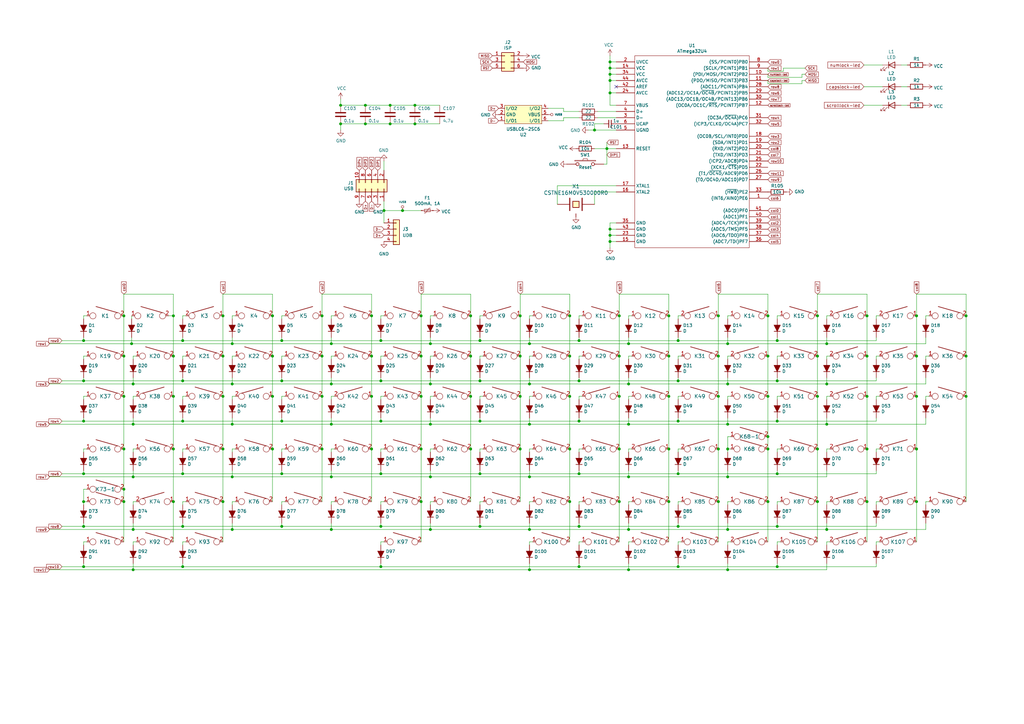
<source format=kicad_sch>
(kicad_sch (version 20210621) (generator eeschema)
  (paper "A3")
  (junction (at 34.29 139.7) (diameter 1.016))
  (junction (at 34.29 156.21) (diameter 1.016))
  (junction (at 34.29 172.72) (diameter 1.016))
  (junction (at 34.29 194.31) (diameter 1.016))
  (junction (at 34.29 205.74) (diameter 1.016))
  (junction (at 34.29 215.9) (diameter 1.016))
  (junction (at 34.29 232.41) (diameter 1.016))
  (junction (at 50.8 129.54) (diameter 1.016))
  (junction (at 50.8 146.05) (diameter 1.016))
  (junction (at 50.8 162.56) (diameter 1.016))
  (junction (at 50.8 184.15) (diameter 1.016))
  (junction (at 50.8 200.66) (diameter 1.016))
  (junction (at 50.8 205.74) (diameter 1.016))
  (junction (at 53.975 140.97) (diameter 1.016))
  (junction (at 54.61 157.48) (diameter 1.016))
  (junction (at 54.61 173.99) (diameter 1.016))
  (junction (at 54.61 195.58) (diameter 1.016))
  (junction (at 54.61 217.17) (diameter 1.016))
  (junction (at 54.61 233.68) (diameter 1.016))
  (junction (at 71.12 129.54) (diameter 1.016))
  (junction (at 71.12 146.05) (diameter 1.016))
  (junction (at 71.12 162.56) (diameter 1.016))
  (junction (at 71.12 184.15) (diameter 1.016))
  (junction (at 71.12 205.74) (diameter 1.016))
  (junction (at 74.93 139.7) (diameter 1.016))
  (junction (at 74.93 156.21) (diameter 1.016))
  (junction (at 74.93 172.72) (diameter 1.016))
  (junction (at 74.93 194.31) (diameter 1.016))
  (junction (at 74.93 215.9) (diameter 1.016))
  (junction (at 74.93 232.41) (diameter 1.016))
  (junction (at 91.44 129.54) (diameter 1.016))
  (junction (at 91.44 146.05) (diameter 1.016))
  (junction (at 91.44 162.56) (diameter 1.016))
  (junction (at 91.44 184.15) (diameter 1.016))
  (junction (at 91.44 205.74) (diameter 1.016))
  (junction (at 95.25 140.97) (diameter 1.016))
  (junction (at 95.25 157.48) (diameter 1.016))
  (junction (at 95.25 173.99) (diameter 1.016))
  (junction (at 95.25 195.58) (diameter 1.016))
  (junction (at 95.25 217.17) (diameter 1.016))
  (junction (at 111.76 129.54) (diameter 1.016))
  (junction (at 111.76 146.05) (diameter 1.016))
  (junction (at 111.76 162.56) (diameter 1.016))
  (junction (at 111.76 184.15) (diameter 1.016))
  (junction (at 115.57 139.7) (diameter 1.016))
  (junction (at 115.57 156.21) (diameter 1.016))
  (junction (at 115.57 172.72) (diameter 1.016))
  (junction (at 115.57 194.31) (diameter 1.016))
  (junction (at 115.57 215.9) (diameter 1.016))
  (junction (at 132.08 129.54) (diameter 1.016))
  (junction (at 132.08 146.05) (diameter 1.016))
  (junction (at 132.08 162.56) (diameter 1.016))
  (junction (at 132.08 184.15) (diameter 1.016))
  (junction (at 135.89 140.97) (diameter 1.016))
  (junction (at 135.89 157.48) (diameter 1.016))
  (junction (at 135.89 173.99) (diameter 1.016))
  (junction (at 135.89 195.58) (diameter 1.016))
  (junction (at 135.89 217.17) (diameter 1.016))
  (junction (at 139.7 43.18) (diameter 1.016))
  (junction (at 139.7 50.8) (diameter 1.016))
  (junction (at 149.86 43.18) (diameter 1.016))
  (junction (at 149.86 50.8) (diameter 1.016))
  (junction (at 152.4 129.54) (diameter 1.016))
  (junction (at 152.4 146.05) (diameter 1.016))
  (junction (at 152.4 162.56) (diameter 1.016))
  (junction (at 152.4 184.15) (diameter 1.016))
  (junction (at 156.21 139.7) (diameter 1.016))
  (junction (at 156.21 156.21) (diameter 1.016))
  (junction (at 156.21 172.72) (diameter 1.016))
  (junction (at 156.21 194.31) (diameter 1.016))
  (junction (at 156.21 215.9) (diameter 1.016))
  (junction (at 156.21 232.41) (diameter 1.016))
  (junction (at 157.48 86.36) (diameter 1.016))
  (junction (at 160.02 43.18) (diameter 1.016))
  (junction (at 160.02 50.8) (diameter 1.016))
  (junction (at 165.1 86.36) (diameter 1.016))
  (junction (at 170.18 43.18) (diameter 1.016))
  (junction (at 170.18 50.8) (diameter 1.016))
  (junction (at 172.72 129.54) (diameter 1.016))
  (junction (at 172.72 146.05) (diameter 1.016))
  (junction (at 172.72 162.56) (diameter 1.016))
  (junction (at 172.72 184.15) (diameter 1.016))
  (junction (at 172.72 205.74) (diameter 1.016))
  (junction (at 176.53 140.97) (diameter 1.016))
  (junction (at 176.53 157.48) (diameter 1.016))
  (junction (at 176.53 173.99) (diameter 1.016))
  (junction (at 176.53 195.58) (diameter 1.016))
  (junction (at 176.53 217.17) (diameter 1.016))
  (junction (at 193.04 129.54) (diameter 1.016))
  (junction (at 193.04 146.05) (diameter 1.016))
  (junction (at 193.04 162.56) (diameter 1.016))
  (junction (at 193.04 184.15) (diameter 1.016))
  (junction (at 196.85 139.7) (diameter 1.016))
  (junction (at 196.85 156.21) (diameter 1.016))
  (junction (at 196.85 172.72) (diameter 1.016))
  (junction (at 196.85 194.31) (diameter 1.016))
  (junction (at 196.85 215.9) (diameter 1.016))
  (junction (at 213.36 129.54) (diameter 1.016))
  (junction (at 213.36 146.05) (diameter 1.016))
  (junction (at 213.36 162.56) (diameter 1.016))
  (junction (at 213.36 184.15) (diameter 1.016))
  (junction (at 217.17 140.97) (diameter 1.016))
  (junction (at 217.17 157.48) (diameter 1.016))
  (junction (at 217.17 173.99) (diameter 1.016))
  (junction (at 217.17 195.58) (diameter 1.016))
  (junction (at 217.17 217.17) (diameter 1.016))
  (junction (at 217.17 233.68) (diameter 1.016))
  (junction (at 233.68 129.54) (diameter 1.016))
  (junction (at 233.68 146.05) (diameter 1.016))
  (junction (at 233.68 162.56) (diameter 1.016))
  (junction (at 233.68 184.15) (diameter 1.016))
  (junction (at 233.68 205.74) (diameter 1.016))
  (junction (at 237.49 139.7) (diameter 1.016))
  (junction (at 237.49 156.21) (diameter 1.016))
  (junction (at 237.49 172.72) (diameter 1.016))
  (junction (at 237.49 194.31) (diameter 1.016))
  (junction (at 237.49 215.9) (diameter 1.016))
  (junction (at 237.49 232.41) (diameter 1.016))
  (junction (at 243.84 53.34) (diameter 1.016))
  (junction (at 248.92 60.96) (diameter 1.016))
  (junction (at 250.19 25.4) (diameter 1.016))
  (junction (at 250.19 27.94) (diameter 1.016))
  (junction (at 250.19 30.48) (diameter 1.016))
  (junction (at 250.19 33.02) (diameter 1.016))
  (junction (at 250.19 38.1) (diameter 1.016))
  (junction (at 250.19 93.98) (diameter 1.016))
  (junction (at 250.19 96.52) (diameter 1.016))
  (junction (at 250.19 99.06) (diameter 1.016))
  (junction (at 254 129.54) (diameter 1.016))
  (junction (at 254 146.05) (diameter 1.016))
  (junction (at 254 162.56) (diameter 1.016))
  (junction (at 254 184.15) (diameter 1.016))
  (junction (at 254 205.74) (diameter 1.016))
  (junction (at 257.81 140.97) (diameter 1.016))
  (junction (at 257.81 157.48) (diameter 1.016))
  (junction (at 257.81 173.99) (diameter 1.016))
  (junction (at 257.81 195.58) (diameter 1.016))
  (junction (at 257.81 217.17) (diameter 1.016))
  (junction (at 257.81 233.68) (diameter 1.016))
  (junction (at 274.32 129.54) (diameter 1.016))
  (junction (at 274.32 146.05) (diameter 1.016))
  (junction (at 274.32 162.56) (diameter 1.016))
  (junction (at 274.32 184.15) (diameter 1.016))
  (junction (at 274.32 205.74) (diameter 1.016))
  (junction (at 278.13 139.7) (diameter 1.016))
  (junction (at 278.13 156.21) (diameter 1.016))
  (junction (at 278.13 172.72) (diameter 1.016))
  (junction (at 278.13 194.31) (diameter 1.016))
  (junction (at 278.13 215.9) (diameter 1.016))
  (junction (at 278.13 232.41) (diameter 1.016))
  (junction (at 294.64 129.54) (diameter 1.016))
  (junction (at 294.64 146.05) (diameter 1.016))
  (junction (at 294.64 162.56) (diameter 1.016))
  (junction (at 294.64 184.15) (diameter 1.016))
  (junction (at 294.64 205.74) (diameter 1.016))
  (junction (at 298.45 140.97) (diameter 1.016))
  (junction (at 298.45 157.48) (diameter 1.016))
  (junction (at 298.45 173.99) (diameter 1.016))
  (junction (at 298.45 184.15) (diameter 1.016))
  (junction (at 298.45 195.58) (diameter 1.016))
  (junction (at 298.45 217.17) (diameter 1.016))
  (junction (at 298.45 233.68) (diameter 1.016))
  (junction (at 314.96 129.54) (diameter 1.016))
  (junction (at 314.96 146.05) (diameter 1.016))
  (junction (at 314.96 162.56) (diameter 1.016))
  (junction (at 314.96 179.07) (diameter 1.016))
  (junction (at 314.96 184.15) (diameter 1.016))
  (junction (at 314.96 205.74) (diameter 1.016))
  (junction (at 318.77 139.7) (diameter 1.016))
  (junction (at 318.77 156.21) (diameter 1.016))
  (junction (at 318.77 172.72) (diameter 1.016))
  (junction (at 318.77 194.31) (diameter 1.016))
  (junction (at 318.77 215.9) (diameter 1.016))
  (junction (at 318.77 232.41) (diameter 1.016))
  (junction (at 335.28 129.54) (diameter 1.016))
  (junction (at 335.28 146.05) (diameter 1.016))
  (junction (at 335.28 162.56) (diameter 1.016))
  (junction (at 335.28 184.15) (diameter 1.016))
  (junction (at 335.28 205.74) (diameter 1.016))
  (junction (at 339.09 140.97) (diameter 1.016))
  (junction (at 339.09 157.48) (diameter 1.016))
  (junction (at 339.09 173.99) (diameter 1.016))
  (junction (at 339.09 217.17) (diameter 1.016))
  (junction (at 355.6 129.54) (diameter 1.016))
  (junction (at 355.6 146.05) (diameter 1.016))
  (junction (at 355.6 162.56) (diameter 1.016))
  (junction (at 355.6 184.15) (diameter 1.016))
  (junction (at 355.6 205.74) (diameter 1.016))
  (junction (at 375.92 129.54) (diameter 1.016))
  (junction (at 375.92 146.05) (diameter 1.016))
  (junction (at 375.92 162.56) (diameter 1.016))
  (junction (at 375.92 184.15) (diameter 1.016))
  (junction (at 375.92 205.74) (diameter 1.016))
  (junction (at 396.24 129.54) (diameter 1.016))
  (junction (at 396.24 146.05) (diameter 1.016))
  (junction (at 396.24 162.56) (diameter 1.016))
  (no_connect (at 252.73 35.56))
  (wire (pts (xy 20.32 140.97) (xy 53.975 140.97)))
  (wire (pts (xy 20.32 157.48) (xy 54.61 157.48)))
  (wire (pts (xy 20.32 173.99) (xy 54.61 173.99)))
  (wire (pts (xy 20.32 195.58) (xy 54.61 195.58)))
  (wire (pts (xy 20.32 217.17) (xy 54.61 217.17)))
  (wire (pts (xy 20.32 233.68) (xy 54.61 233.68)))
  (wire (pts (xy 25.4 139.7) (xy 34.29 139.7)))
  (wire (pts (xy 25.4 156.21) (xy 34.29 156.21)))
  (wire (pts (xy 25.4 172.72) (xy 34.29 172.72)))
  (wire (pts (xy 25.4 194.31) (xy 34.29 194.31)))
  (wire (pts (xy 25.4 215.9) (xy 34.29 215.9)))
  (wire (pts (xy 25.4 232.41) (xy 34.29 232.41)))
  (wire (pts (xy 34.29 129.54) (xy 34.29 130.81)))
  (wire (pts (xy 34.29 139.7) (xy 34.29 138.43)))
  (wire (pts (xy 34.29 139.7) (xy 74.93 139.7)))
  (wire (pts (xy 34.29 146.05) (xy 34.29 147.32)))
  (wire (pts (xy 34.29 156.21) (xy 34.29 154.94)))
  (wire (pts (xy 34.29 156.21) (xy 74.93 156.21)))
  (wire (pts (xy 34.29 162.56) (xy 34.29 163.83)))
  (wire (pts (xy 34.29 172.72) (xy 34.29 171.45)))
  (wire (pts (xy 34.29 172.72) (xy 74.93 172.72)))
  (wire (pts (xy 34.29 184.15) (xy 34.29 185.42)))
  (wire (pts (xy 34.29 194.31) (xy 34.29 193.04)))
  (wire (pts (xy 34.29 194.31) (xy 74.93 194.31)))
  (wire (pts (xy 34.29 200.66) (xy 34.29 205.74)))
  (wire (pts (xy 34.29 205.74) (xy 34.29 207.01)))
  (wire (pts (xy 34.29 215.9) (xy 34.29 214.63)))
  (wire (pts (xy 34.29 215.9) (xy 74.93 215.9)))
  (wire (pts (xy 34.29 222.25) (xy 34.29 223.52)))
  (wire (pts (xy 34.29 232.41) (xy 34.29 231.14)))
  (wire (pts (xy 34.29 232.41) (xy 74.93 232.41)))
  (wire (pts (xy 35.56 129.54) (xy 34.29 129.54)))
  (wire (pts (xy 35.56 146.05) (xy 34.29 146.05)))
  (wire (pts (xy 35.56 162.56) (xy 34.29 162.56)))
  (wire (pts (xy 35.56 184.15) (xy 34.29 184.15)))
  (wire (pts (xy 35.56 200.66) (xy 34.29 200.66)))
  (wire (pts (xy 35.56 205.74) (xy 34.29 205.74)))
  (wire (pts (xy 35.56 222.25) (xy 34.29 222.25)))
  (wire (pts (xy 50.8 120.65) (xy 71.12 120.65)))
  (wire (pts (xy 50.8 129.54) (xy 50.8 120.65)))
  (wire (pts (xy 50.8 129.54) (xy 50.8 146.05)))
  (wire (pts (xy 50.8 146.05) (xy 50.8 162.56)))
  (wire (pts (xy 50.8 162.56) (xy 50.8 184.15)))
  (wire (pts (xy 50.8 184.15) (xy 50.8 200.66)))
  (wire (pts (xy 50.8 200.66) (xy 50.8 205.74)))
  (wire (pts (xy 50.8 205.74) (xy 50.8 222.25)))
  (wire (pts (xy 53.975 129.54) (xy 53.975 130.81)))
  (wire (pts (xy 53.975 138.43) (xy 53.975 140.97)))
  (wire (pts (xy 53.975 140.97) (xy 95.25 140.97)))
  (wire (pts (xy 54.61 146.05) (xy 54.61 147.32)))
  (wire (pts (xy 54.61 157.48) (xy 54.61 154.94)))
  (wire (pts (xy 54.61 157.48) (xy 95.25 157.48)))
  (wire (pts (xy 54.61 162.56) (xy 54.61 163.83)))
  (wire (pts (xy 54.61 173.99) (xy 54.61 171.45)))
  (wire (pts (xy 54.61 173.99) (xy 95.25 173.99)))
  (wire (pts (xy 54.61 184.15) (xy 54.61 185.42)))
  (wire (pts (xy 54.61 195.58) (xy 54.61 193.04)))
  (wire (pts (xy 54.61 195.58) (xy 95.25 195.58)))
  (wire (pts (xy 54.61 205.74) (xy 54.61 207.01)))
  (wire (pts (xy 54.61 217.17) (xy 54.61 214.63)))
  (wire (pts (xy 54.61 217.17) (xy 95.25 217.17)))
  (wire (pts (xy 54.61 222.25) (xy 54.61 223.52)))
  (wire (pts (xy 54.61 233.68) (xy 54.61 231.14)))
  (wire (pts (xy 54.61 233.68) (xy 217.17 233.68)))
  (wire (pts (xy 55.88 146.05) (xy 54.61 146.05)))
  (wire (pts (xy 55.88 162.56) (xy 54.61 162.56)))
  (wire (pts (xy 55.88 184.15) (xy 54.61 184.15)))
  (wire (pts (xy 55.88 205.74) (xy 54.61 205.74)))
  (wire (pts (xy 55.88 222.25) (xy 54.61 222.25)))
  (wire (pts (xy 69.215 129.54) (xy 71.12 129.54)))
  (wire (pts (xy 71.12 120.65) (xy 71.12 129.54)))
  (wire (pts (xy 71.12 129.54) (xy 71.12 146.05)))
  (wire (pts (xy 71.12 146.05) (xy 71.12 162.56)))
  (wire (pts (xy 71.12 162.56) (xy 71.12 184.15)))
  (wire (pts (xy 71.12 184.15) (xy 71.12 205.74)))
  (wire (pts (xy 71.12 205.74) (xy 71.12 222.25)))
  (wire (pts (xy 74.93 129.54) (xy 74.93 130.81)))
  (wire (pts (xy 74.93 139.7) (xy 74.93 138.43)))
  (wire (pts (xy 74.93 139.7) (xy 115.57 139.7)))
  (wire (pts (xy 74.93 146.05) (xy 74.93 147.32)))
  (wire (pts (xy 74.93 156.21) (xy 74.93 154.94)))
  (wire (pts (xy 74.93 156.21) (xy 115.57 156.21)))
  (wire (pts (xy 74.93 162.56) (xy 74.93 163.83)))
  (wire (pts (xy 74.93 172.72) (xy 74.93 171.45)))
  (wire (pts (xy 74.93 172.72) (xy 115.57 172.72)))
  (wire (pts (xy 74.93 184.15) (xy 74.93 185.42)))
  (wire (pts (xy 74.93 194.31) (xy 74.93 193.04)))
  (wire (pts (xy 74.93 194.31) (xy 115.57 194.31)))
  (wire (pts (xy 74.93 205.74) (xy 74.93 207.01)))
  (wire (pts (xy 74.93 215.9) (xy 74.93 214.63)))
  (wire (pts (xy 74.93 215.9) (xy 115.57 215.9)))
  (wire (pts (xy 74.93 222.25) (xy 74.93 223.52)))
  (wire (pts (xy 74.93 232.41) (xy 74.93 231.14)))
  (wire (pts (xy 74.93 232.41) (xy 156.21 232.41)))
  (wire (pts (xy 76.2 129.54) (xy 74.93 129.54)))
  (wire (pts (xy 76.2 146.05) (xy 74.93 146.05)))
  (wire (pts (xy 76.2 162.56) (xy 74.93 162.56)))
  (wire (pts (xy 76.2 184.15) (xy 74.93 184.15)))
  (wire (pts (xy 76.2 205.74) (xy 74.93 205.74)))
  (wire (pts (xy 76.2 222.25) (xy 74.93 222.25)))
  (wire (pts (xy 91.44 120.65) (xy 91.44 129.54)))
  (wire (pts (xy 91.44 120.65) (xy 111.76 120.65)))
  (wire (pts (xy 91.44 146.05) (xy 91.44 129.54)))
  (wire (pts (xy 91.44 162.56) (xy 91.44 146.05)))
  (wire (pts (xy 91.44 184.15) (xy 91.44 162.56)))
  (wire (pts (xy 91.44 205.74) (xy 91.44 184.15)))
  (wire (pts (xy 91.44 222.25) (xy 91.44 205.74)))
  (wire (pts (xy 95.25 129.54) (xy 95.25 130.81)))
  (wire (pts (xy 95.25 140.97) (xy 95.25 138.43)))
  (wire (pts (xy 95.25 140.97) (xy 135.89 140.97)))
  (wire (pts (xy 95.25 146.05) (xy 95.25 147.32)))
  (wire (pts (xy 95.25 157.48) (xy 95.25 154.94)))
  (wire (pts (xy 95.25 157.48) (xy 135.89 157.48)))
  (wire (pts (xy 95.25 162.56) (xy 95.25 163.83)))
  (wire (pts (xy 95.25 173.99) (xy 95.25 171.45)))
  (wire (pts (xy 95.25 173.99) (xy 135.89 173.99)))
  (wire (pts (xy 95.25 184.15) (xy 95.25 185.42)))
  (wire (pts (xy 95.25 195.58) (xy 95.25 193.04)))
  (wire (pts (xy 95.25 195.58) (xy 135.89 195.58)))
  (wire (pts (xy 95.25 205.74) (xy 95.25 207.01)))
  (wire (pts (xy 95.25 217.17) (xy 95.25 214.63)))
  (wire (pts (xy 95.25 217.17) (xy 135.89 217.17)))
  (wire (pts (xy 96.52 129.54) (xy 95.25 129.54)))
  (wire (pts (xy 96.52 146.05) (xy 95.25 146.05)))
  (wire (pts (xy 96.52 162.56) (xy 95.25 162.56)))
  (wire (pts (xy 96.52 184.15) (xy 95.25 184.15)))
  (wire (pts (xy 96.52 205.74) (xy 95.25 205.74)))
  (wire (pts (xy 111.76 120.65) (xy 111.76 129.54)))
  (wire (pts (xy 111.76 129.54) (xy 111.76 146.05)))
  (wire (pts (xy 111.76 146.05) (xy 111.76 162.56)))
  (wire (pts (xy 111.76 162.56) (xy 111.76 184.15)))
  (wire (pts (xy 111.76 184.15) (xy 111.76 205.74)))
  (wire (pts (xy 115.57 129.54) (xy 115.57 130.81)))
  (wire (pts (xy 115.57 139.7) (xy 115.57 138.43)))
  (wire (pts (xy 115.57 139.7) (xy 156.21 139.7)))
  (wire (pts (xy 115.57 146.05) (xy 115.57 147.32)))
  (wire (pts (xy 115.57 156.21) (xy 115.57 154.94)))
  (wire (pts (xy 115.57 156.21) (xy 156.21 156.21)))
  (wire (pts (xy 115.57 162.56) (xy 115.57 163.83)))
  (wire (pts (xy 115.57 172.72) (xy 115.57 171.45)))
  (wire (pts (xy 115.57 172.72) (xy 156.21 172.72)))
  (wire (pts (xy 115.57 184.15) (xy 115.57 185.42)))
  (wire (pts (xy 115.57 194.31) (xy 115.57 193.04)))
  (wire (pts (xy 115.57 194.31) (xy 156.21 194.31)))
  (wire (pts (xy 115.57 205.74) (xy 115.57 207.01)))
  (wire (pts (xy 115.57 215.9) (xy 115.57 214.63)))
  (wire (pts (xy 115.57 215.9) (xy 156.21 215.9)))
  (wire (pts (xy 116.84 129.54) (xy 115.57 129.54)))
  (wire (pts (xy 116.84 146.05) (xy 115.57 146.05)))
  (wire (pts (xy 116.84 162.56) (xy 115.57 162.56)))
  (wire (pts (xy 116.84 184.15) (xy 115.57 184.15)))
  (wire (pts (xy 116.84 205.74) (xy 115.57 205.74)))
  (wire (pts (xy 132.08 120.65) (xy 132.08 129.54)))
  (wire (pts (xy 132.08 120.65) (xy 152.4 120.65)))
  (wire (pts (xy 132.08 146.05) (xy 132.08 129.54)))
  (wire (pts (xy 132.08 162.56) (xy 132.08 146.05)))
  (wire (pts (xy 132.08 184.15) (xy 132.08 162.56)))
  (wire (pts (xy 132.08 205.74) (xy 132.08 184.15)))
  (wire (pts (xy 135.89 129.54) (xy 135.89 130.81)))
  (wire (pts (xy 135.89 140.97) (xy 135.89 138.43)))
  (wire (pts (xy 135.89 140.97) (xy 176.53 140.97)))
  (wire (pts (xy 135.89 146.05) (xy 135.89 147.32)))
  (wire (pts (xy 135.89 157.48) (xy 135.89 154.94)))
  (wire (pts (xy 135.89 157.48) (xy 176.53 157.48)))
  (wire (pts (xy 135.89 162.56) (xy 135.89 163.83)))
  (wire (pts (xy 135.89 173.99) (xy 135.89 171.45)))
  (wire (pts (xy 135.89 173.99) (xy 176.53 173.99)))
  (wire (pts (xy 135.89 184.15) (xy 135.89 185.42)))
  (wire (pts (xy 135.89 195.58) (xy 135.89 193.04)))
  (wire (pts (xy 135.89 195.58) (xy 176.53 195.58)))
  (wire (pts (xy 135.89 205.74) (xy 135.89 207.01)))
  (wire (pts (xy 135.89 217.17) (xy 135.89 214.63)))
  (wire (pts (xy 135.89 217.17) (xy 176.53 217.17)))
  (wire (pts (xy 137.16 129.54) (xy 135.89 129.54)))
  (wire (pts (xy 137.16 146.05) (xy 135.89 146.05)))
  (wire (pts (xy 137.16 162.56) (xy 135.89 162.56)))
  (wire (pts (xy 137.16 184.15) (xy 135.89 184.15)))
  (wire (pts (xy 137.16 205.74) (xy 135.89 205.74)))
  (wire (pts (xy 139.7 40.64) (xy 139.7 43.18)))
  (wire (pts (xy 139.7 43.18) (xy 149.86 43.18)))
  (wire (pts (xy 139.7 50.8) (xy 139.7 53.34)))
  (wire (pts (xy 149.86 43.18) (xy 160.02 43.18)))
  (wire (pts (xy 149.86 50.8) (xy 139.7 50.8)))
  (wire (pts (xy 152.4 120.65) (xy 152.4 129.54)))
  (wire (pts (xy 152.4 129.54) (xy 152.4 146.05)))
  (wire (pts (xy 152.4 146.05) (xy 152.4 162.56)))
  (wire (pts (xy 152.4 162.56) (xy 152.4 184.15)))
  (wire (pts (xy 152.4 184.15) (xy 152.4 205.74)))
  (wire (pts (xy 156.21 129.54) (xy 156.21 130.81)))
  (wire (pts (xy 156.21 139.7) (xy 156.21 138.43)))
  (wire (pts (xy 156.21 139.7) (xy 196.85 139.7)))
  (wire (pts (xy 156.21 146.05) (xy 156.21 147.32)))
  (wire (pts (xy 156.21 156.21) (xy 156.21 154.94)))
  (wire (pts (xy 156.21 156.21) (xy 196.85 156.21)))
  (wire (pts (xy 156.21 162.56) (xy 156.21 163.83)))
  (wire (pts (xy 156.21 172.72) (xy 156.21 171.45)))
  (wire (pts (xy 156.21 172.72) (xy 196.85 172.72)))
  (wire (pts (xy 156.21 184.15) (xy 156.21 185.42)))
  (wire (pts (xy 156.21 194.31) (xy 156.21 193.04)))
  (wire (pts (xy 156.21 194.31) (xy 196.85 194.31)))
  (wire (pts (xy 156.21 205.74) (xy 156.21 207.01)))
  (wire (pts (xy 156.21 215.9) (xy 156.21 214.63)))
  (wire (pts (xy 156.21 215.9) (xy 196.85 215.9)))
  (wire (pts (xy 156.21 222.25) (xy 156.21 223.52)))
  (wire (pts (xy 156.21 232.41) (xy 156.21 231.14)))
  (wire (pts (xy 156.21 232.41) (xy 237.49 232.41)))
  (wire (pts (xy 157.48 66.04) (xy 157.48 69.85)))
  (wire (pts (xy 157.48 82.55) (xy 157.48 86.36)))
  (wire (pts (xy 157.48 86.36) (xy 165.1 86.36)))
  (wire (pts (xy 157.48 91.44) (xy 157.48 86.36)))
  (wire (pts (xy 157.48 129.54) (xy 156.21 129.54)))
  (wire (pts (xy 157.48 146.05) (xy 156.21 146.05)))
  (wire (pts (xy 157.48 162.56) (xy 156.21 162.56)))
  (wire (pts (xy 157.48 184.15) (xy 156.21 184.15)))
  (wire (pts (xy 157.48 205.74) (xy 156.21 205.74)))
  (wire (pts (xy 157.48 222.25) (xy 156.21 222.25)))
  (wire (pts (xy 160.02 43.18) (xy 170.18 43.18)))
  (wire (pts (xy 160.02 50.8) (xy 149.86 50.8)))
  (wire (pts (xy 165.1 86.36) (xy 172.72 86.36)))
  (wire (pts (xy 170.18 43.18) (xy 180.34 43.18)))
  (wire (pts (xy 170.18 50.8) (xy 160.02 50.8)))
  (wire (pts (xy 172.72 120.65) (xy 172.72 129.54)))
  (wire (pts (xy 172.72 120.65) (xy 193.04 120.65)))
  (wire (pts (xy 172.72 146.05) (xy 172.72 129.54)))
  (wire (pts (xy 172.72 162.56) (xy 172.72 146.05)))
  (wire (pts (xy 172.72 184.15) (xy 172.72 162.56)))
  (wire (pts (xy 172.72 205.74) (xy 172.72 184.15)))
  (wire (pts (xy 172.72 222.25) (xy 172.72 205.74)))
  (wire (pts (xy 176.53 129.54) (xy 176.53 130.81)))
  (wire (pts (xy 176.53 140.97) (xy 176.53 138.43)))
  (wire (pts (xy 176.53 140.97) (xy 217.17 140.97)))
  (wire (pts (xy 176.53 146.05) (xy 176.53 147.32)))
  (wire (pts (xy 176.53 157.48) (xy 176.53 154.94)))
  (wire (pts (xy 176.53 157.48) (xy 217.17 157.48)))
  (wire (pts (xy 176.53 162.56) (xy 176.53 163.83)))
  (wire (pts (xy 176.53 173.99) (xy 176.53 171.45)))
  (wire (pts (xy 176.53 173.99) (xy 217.17 173.99)))
  (wire (pts (xy 176.53 184.15) (xy 176.53 185.42)))
  (wire (pts (xy 176.53 195.58) (xy 176.53 193.04)))
  (wire (pts (xy 176.53 195.58) (xy 217.17 195.58)))
  (wire (pts (xy 176.53 205.74) (xy 176.53 207.01)))
  (wire (pts (xy 176.53 217.17) (xy 176.53 214.63)))
  (wire (pts (xy 176.53 217.17) (xy 217.17 217.17)))
  (wire (pts (xy 177.8 129.54) (xy 176.53 129.54)))
  (wire (pts (xy 177.8 146.05) (xy 176.53 146.05)))
  (wire (pts (xy 177.8 162.56) (xy 176.53 162.56)))
  (wire (pts (xy 177.8 184.15) (xy 176.53 184.15)))
  (wire (pts (xy 177.8 205.74) (xy 176.53 205.74)))
  (wire (pts (xy 180.34 50.8) (xy 170.18 50.8)))
  (wire (pts (xy 193.04 120.65) (xy 193.04 129.54)))
  (wire (pts (xy 193.04 129.54) (xy 193.04 146.05)))
  (wire (pts (xy 193.04 146.05) (xy 193.04 162.56)))
  (wire (pts (xy 193.04 162.56) (xy 193.04 184.15)))
  (wire (pts (xy 193.04 184.15) (xy 193.04 205.74)))
  (wire (pts (xy 196.85 129.54) (xy 196.85 130.81)))
  (wire (pts (xy 196.85 139.7) (xy 196.85 138.43)))
  (wire (pts (xy 196.85 139.7) (xy 237.49 139.7)))
  (wire (pts (xy 196.85 146.05) (xy 196.85 147.32)))
  (wire (pts (xy 196.85 156.21) (xy 196.85 154.94)))
  (wire (pts (xy 196.85 156.21) (xy 237.49 156.21)))
  (wire (pts (xy 196.85 162.56) (xy 196.85 163.83)))
  (wire (pts (xy 196.85 172.72) (xy 196.85 171.45)))
  (wire (pts (xy 196.85 172.72) (xy 237.49 172.72)))
  (wire (pts (xy 196.85 184.15) (xy 196.85 185.42)))
  (wire (pts (xy 196.85 194.31) (xy 196.85 193.04)))
  (wire (pts (xy 196.85 194.31) (xy 237.49 194.31)))
  (wire (pts (xy 196.85 205.74) (xy 196.85 207.01)))
  (wire (pts (xy 196.85 215.9) (xy 196.85 214.63)))
  (wire (pts (xy 196.85 215.9) (xy 237.49 215.9)))
  (wire (pts (xy 198.12 129.54) (xy 196.85 129.54)))
  (wire (pts (xy 198.12 146.05) (xy 196.85 146.05)))
  (wire (pts (xy 198.12 162.56) (xy 196.85 162.56)))
  (wire (pts (xy 198.12 184.15) (xy 196.85 184.15)))
  (wire (pts (xy 198.12 205.74) (xy 196.85 205.74)))
  (wire (pts (xy 213.36 120.65) (xy 213.36 129.54)))
  (wire (pts (xy 213.36 120.65) (xy 233.68 120.65)))
  (wire (pts (xy 213.36 146.05) (xy 213.36 129.54)))
  (wire (pts (xy 213.36 162.56) (xy 213.36 146.05)))
  (wire (pts (xy 213.36 184.15) (xy 213.36 162.56)))
  (wire (pts (xy 213.36 205.74) (xy 213.36 184.15)))
  (wire (pts (xy 217.17 129.54) (xy 217.17 130.81)))
  (wire (pts (xy 217.17 140.97) (xy 217.17 138.43)))
  (wire (pts (xy 217.17 140.97) (xy 257.81 140.97)))
  (wire (pts (xy 217.17 146.05) (xy 217.17 147.32)))
  (wire (pts (xy 217.17 157.48) (xy 217.17 154.94)))
  (wire (pts (xy 217.17 157.48) (xy 257.81 157.48)))
  (wire (pts (xy 217.17 162.56) (xy 217.17 163.83)))
  (wire (pts (xy 217.17 173.99) (xy 217.17 171.45)))
  (wire (pts (xy 217.17 173.99) (xy 257.81 173.99)))
  (wire (pts (xy 217.17 184.15) (xy 217.17 185.42)))
  (wire (pts (xy 217.17 195.58) (xy 217.17 193.04)))
  (wire (pts (xy 217.17 195.58) (xy 257.81 195.58)))
  (wire (pts (xy 217.17 205.74) (xy 217.17 207.01)))
  (wire (pts (xy 217.17 217.17) (xy 217.17 214.63)))
  (wire (pts (xy 217.17 217.17) (xy 257.81 217.17)))
  (wire (pts (xy 217.17 222.25) (xy 217.17 223.52)))
  (wire (pts (xy 217.17 233.68) (xy 217.17 231.14)))
  (wire (pts (xy 217.17 233.68) (xy 257.81 233.68)))
  (wire (pts (xy 218.44 129.54) (xy 217.17 129.54)))
  (wire (pts (xy 218.44 146.05) (xy 217.17 146.05)))
  (wire (pts (xy 218.44 162.56) (xy 217.17 162.56)))
  (wire (pts (xy 218.44 184.15) (xy 217.17 184.15)))
  (wire (pts (xy 218.44 205.74) (xy 217.17 205.74)))
  (wire (pts (xy 218.44 222.25) (xy 217.17 222.25)))
  (wire (pts (xy 224.79 49.53) (xy 231.14 49.53)))
  (wire (pts (xy 228.6 76.2) (xy 228.6 83.82)))
  (wire (pts (xy 231.14 44.45) (xy 224.79 44.45)))
  (wire (pts (xy 231.14 45.72) (xy 231.14 44.45)))
  (wire (pts (xy 231.14 48.26) (xy 237.49 48.26)))
  (wire (pts (xy 231.14 49.53) (xy 231.14 48.26)))
  (wire (pts (xy 233.68 120.65) (xy 233.68 129.54)))
  (wire (pts (xy 233.68 129.54) (xy 233.68 146.05)))
  (wire (pts (xy 233.68 146.05) (xy 233.68 162.56)))
  (wire (pts (xy 233.68 162.56) (xy 233.68 184.15)))
  (wire (pts (xy 233.68 184.15) (xy 233.68 205.74)))
  (wire (pts (xy 233.68 205.74) (xy 233.68 222.25)))
  (wire (pts (xy 237.49 45.72) (xy 231.14 45.72)))
  (wire (pts (xy 237.49 129.54) (xy 237.49 130.81)))
  (wire (pts (xy 237.49 139.7) (xy 237.49 138.43)))
  (wire (pts (xy 237.49 139.7) (xy 278.13 139.7)))
  (wire (pts (xy 237.49 146.05) (xy 237.49 147.32)))
  (wire (pts (xy 237.49 156.21) (xy 237.49 154.94)))
  (wire (pts (xy 237.49 156.21) (xy 278.13 156.21)))
  (wire (pts (xy 237.49 162.56) (xy 237.49 163.83)))
  (wire (pts (xy 237.49 172.72) (xy 237.49 171.45)))
  (wire (pts (xy 237.49 172.72) (xy 278.13 172.72)))
  (wire (pts (xy 237.49 184.15) (xy 237.49 185.42)))
  (wire (pts (xy 237.49 194.31) (xy 237.49 193.04)))
  (wire (pts (xy 237.49 194.31) (xy 278.13 194.31)))
  (wire (pts (xy 237.49 205.74) (xy 237.49 207.01)))
  (wire (pts (xy 237.49 215.9) (xy 237.49 214.63)))
  (wire (pts (xy 237.49 215.9) (xy 278.13 215.9)))
  (wire (pts (xy 237.49 222.25) (xy 237.49 223.52)))
  (wire (pts (xy 237.49 232.41) (xy 237.49 231.14)))
  (wire (pts (xy 237.49 232.41) (xy 278.13 232.41)))
  (wire (pts (xy 238.76 129.54) (xy 237.49 129.54)))
  (wire (pts (xy 238.76 146.05) (xy 237.49 146.05)))
  (wire (pts (xy 238.76 162.56) (xy 237.49 162.56)))
  (wire (pts (xy 238.76 184.15) (xy 237.49 184.15)))
  (wire (pts (xy 238.76 205.74) (xy 237.49 205.74)))
  (wire (pts (xy 238.76 222.25) (xy 237.49 222.25)))
  (wire (pts (xy 243.84 50.8) (xy 243.84 53.34)))
  (wire (pts (xy 243.84 53.34) (xy 241.3 53.34)))
  (wire (pts (xy 243.84 53.34) (xy 252.73 53.34)))
  (wire (pts (xy 243.84 78.74) (xy 243.84 83.82)))
  (wire (pts (xy 245.11 45.72) (xy 252.73 45.72)))
  (wire (pts (xy 247.65 50.8) (xy 243.84 50.8)))
  (wire (pts (xy 247.65 67.31) (xy 248.92 67.31)))
  (wire (pts (xy 248.92 60.96) (xy 243.84 60.96)))
  (wire (pts (xy 248.92 60.96) (xy 248.92 58.42)))
  (wire (pts (xy 248.92 67.31) (xy 248.92 60.96)))
  (wire (pts (xy 250.19 25.4) (xy 250.19 22.86)))
  (wire (pts (xy 250.19 25.4) (xy 252.73 25.4)))
  (wire (pts (xy 250.19 27.94) (xy 250.19 25.4)))
  (wire (pts (xy 250.19 30.48) (xy 250.19 27.94)))
  (wire (pts (xy 250.19 33.02) (xy 250.19 30.48)))
  (wire (pts (xy 250.19 38.1) (xy 250.19 33.02)))
  (wire (pts (xy 250.19 43.18) (xy 250.19 38.1)))
  (wire (pts (xy 250.19 91.44) (xy 250.19 93.98)))
  (wire (pts (xy 250.19 93.98) (xy 250.19 96.52)))
  (wire (pts (xy 250.19 96.52) (xy 250.19 99.06)))
  (wire (pts (xy 250.19 99.06) (xy 250.19 101.6)))
  (wire (pts (xy 252.73 27.94) (xy 250.19 27.94)))
  (wire (pts (xy 252.73 30.48) (xy 250.19 30.48)))
  (wire (pts (xy 252.73 33.02) (xy 250.19 33.02)))
  (wire (pts (xy 252.73 38.1) (xy 250.19 38.1)))
  (wire (pts (xy 252.73 43.18) (xy 250.19 43.18)))
  (wire (pts (xy 252.73 48.26) (xy 245.11 48.26)))
  (wire (pts (xy 252.73 60.96) (xy 248.92 60.96)))
  (wire (pts (xy 252.73 76.2) (xy 228.6 76.2)))
  (wire (pts (xy 252.73 78.74) (xy 243.84 78.74)))
  (wire (pts (xy 252.73 91.44) (xy 250.19 91.44)))
  (wire (pts (xy 252.73 93.98) (xy 250.19 93.98)))
  (wire (pts (xy 252.73 96.52) (xy 250.19 96.52)))
  (wire (pts (xy 252.73 99.06) (xy 250.19 99.06)))
  (wire (pts (xy 254 120.65) (xy 254 129.54)))
  (wire (pts (xy 254 120.65) (xy 274.32 120.65)))
  (wire (pts (xy 254 146.05) (xy 254 129.54)))
  (wire (pts (xy 254 162.56) (xy 254 146.05)))
  (wire (pts (xy 254 184.15) (xy 254 162.56)))
  (wire (pts (xy 254 205.74) (xy 254 184.15)))
  (wire (pts (xy 254 222.25) (xy 254 205.74)))
  (wire (pts (xy 257.81 129.54) (xy 257.81 130.81)))
  (wire (pts (xy 257.81 140.97) (xy 257.81 138.43)))
  (wire (pts (xy 257.81 140.97) (xy 298.45 140.97)))
  (wire (pts (xy 257.81 146.05) (xy 257.81 147.32)))
  (wire (pts (xy 257.81 157.48) (xy 257.81 154.94)))
  (wire (pts (xy 257.81 157.48) (xy 298.45 157.48)))
  (wire (pts (xy 257.81 162.56) (xy 257.81 163.83)))
  (wire (pts (xy 257.81 173.99) (xy 257.81 171.45)))
  (wire (pts (xy 257.81 173.99) (xy 298.45 173.99)))
  (wire (pts (xy 257.81 184.15) (xy 257.81 185.42)))
  (wire (pts (xy 257.81 195.58) (xy 257.81 193.04)))
  (wire (pts (xy 257.81 195.58) (xy 298.45 195.58)))
  (wire (pts (xy 257.81 205.74) (xy 257.81 207.01)))
  (wire (pts (xy 257.81 217.17) (xy 257.81 214.63)))
  (wire (pts (xy 257.81 217.17) (xy 298.45 217.17)))
  (wire (pts (xy 257.81 222.25) (xy 257.81 223.52)))
  (wire (pts (xy 257.81 233.68) (xy 257.81 231.14)))
  (wire (pts (xy 257.81 233.68) (xy 298.45 233.68)))
  (wire (pts (xy 259.08 129.54) (xy 257.81 129.54)))
  (wire (pts (xy 259.08 146.05) (xy 257.81 146.05)))
  (wire (pts (xy 259.08 162.56) (xy 257.81 162.56)))
  (wire (pts (xy 259.08 184.15) (xy 257.81 184.15)))
  (wire (pts (xy 259.08 205.74) (xy 257.81 205.74)))
  (wire (pts (xy 259.08 222.25) (xy 257.81 222.25)))
  (wire (pts (xy 274.32 120.65) (xy 274.32 129.54)))
  (wire (pts (xy 274.32 129.54) (xy 274.32 146.05)))
  (wire (pts (xy 274.32 146.05) (xy 274.32 162.56)))
  (wire (pts (xy 274.32 162.56) (xy 274.32 184.15)))
  (wire (pts (xy 274.32 184.15) (xy 274.32 205.74)))
  (wire (pts (xy 274.32 205.74) (xy 274.32 222.25)))
  (wire (pts (xy 278.13 129.54) (xy 278.13 130.81)))
  (wire (pts (xy 278.13 139.7) (xy 278.13 138.43)))
  (wire (pts (xy 278.13 139.7) (xy 318.77 139.7)))
  (wire (pts (xy 278.13 146.05) (xy 278.13 147.32)))
  (wire (pts (xy 278.13 156.21) (xy 278.13 154.94)))
  (wire (pts (xy 278.13 156.21) (xy 318.77 156.21)))
  (wire (pts (xy 278.13 162.56) (xy 278.13 163.83)))
  (wire (pts (xy 278.13 172.72) (xy 278.13 171.45)))
  (wire (pts (xy 278.13 172.72) (xy 318.77 172.72)))
  (wire (pts (xy 278.13 184.15) (xy 278.13 185.42)))
  (wire (pts (xy 278.13 194.31) (xy 278.13 193.04)))
  (wire (pts (xy 278.13 194.31) (xy 318.77 194.31)))
  (wire (pts (xy 278.13 205.74) (xy 278.13 207.01)))
  (wire (pts (xy 278.13 215.9) (xy 278.13 214.63)))
  (wire (pts (xy 278.13 215.9) (xy 318.77 215.9)))
  (wire (pts (xy 278.13 222.25) (xy 278.13 223.52)))
  (wire (pts (xy 278.13 232.41) (xy 278.13 231.14)))
  (wire (pts (xy 278.13 232.41) (xy 318.77 232.41)))
  (wire (pts (xy 279.4 129.54) (xy 278.13 129.54)))
  (wire (pts (xy 279.4 146.05) (xy 278.13 146.05)))
  (wire (pts (xy 279.4 162.56) (xy 278.13 162.56)))
  (wire (pts (xy 279.4 184.15) (xy 278.13 184.15)))
  (wire (pts (xy 279.4 205.74) (xy 278.13 205.74)))
  (wire (pts (xy 279.4 222.25) (xy 278.13 222.25)))
  (wire (pts (xy 294.64 120.65) (xy 314.96 120.65)))
  (wire (pts (xy 294.64 129.54) (xy 294.64 120.65)))
  (wire (pts (xy 294.64 146.05) (xy 294.64 129.54)))
  (wire (pts (xy 294.64 162.56) (xy 294.64 146.05)))
  (wire (pts (xy 294.64 184.15) (xy 294.64 162.56)))
  (wire (pts (xy 294.64 205.74) (xy 294.64 184.15)))
  (wire (pts (xy 294.64 222.25) (xy 294.64 205.74)))
  (wire (pts (xy 298.45 129.54) (xy 298.45 130.81)))
  (wire (pts (xy 298.45 140.97) (xy 298.45 138.43)))
  (wire (pts (xy 298.45 140.97) (xy 339.09 140.97)))
  (wire (pts (xy 298.45 146.05) (xy 298.45 147.32)))
  (wire (pts (xy 298.45 157.48) (xy 298.45 154.94)))
  (wire (pts (xy 298.45 157.48) (xy 339.09 157.48)))
  (wire (pts (xy 298.45 162.56) (xy 298.45 163.83)))
  (wire (pts (xy 298.45 173.99) (xy 298.45 171.45)))
  (wire (pts (xy 298.45 173.99) (xy 339.09 173.99)))
  (wire (pts (xy 298.45 179.07) (xy 298.45 184.15)))
  (wire (pts (xy 298.45 184.15) (xy 298.45 185.42)))
  (wire (pts (xy 298.45 195.58) (xy 298.45 193.04)))
  (wire (pts (xy 298.45 195.58) (xy 339.09 195.58)))
  (wire (pts (xy 298.45 205.74) (xy 298.45 207.01)))
  (wire (pts (xy 298.45 217.17) (xy 298.45 214.63)))
  (wire (pts (xy 298.45 217.17) (xy 339.09 217.17)))
  (wire (pts (xy 298.45 222.25) (xy 298.45 223.52)))
  (wire (pts (xy 298.45 233.68) (xy 298.45 231.14)))
  (wire (pts (xy 298.45 233.68) (xy 339.09 233.68)))
  (wire (pts (xy 299.72 129.54) (xy 298.45 129.54)))
  (wire (pts (xy 299.72 146.05) (xy 298.45 146.05)))
  (wire (pts (xy 299.72 162.56) (xy 298.45 162.56)))
  (wire (pts (xy 299.72 179.07) (xy 298.45 179.07)))
  (wire (pts (xy 299.72 184.15) (xy 298.45 184.15)))
  (wire (pts (xy 299.72 205.74) (xy 298.45 205.74)))
  (wire (pts (xy 299.72 222.25) (xy 298.45 222.25)))
  (wire (pts (xy 314.96 29.21) (xy 314.96 27.94)))
  (wire (pts (xy 314.96 30.48) (xy 314.96 31.75)))
  (wire (pts (xy 314.96 31.75) (xy 328.93 31.75)))
  (wire (pts (xy 314.96 34.29) (xy 314.96 33.02)))
  (wire (pts (xy 314.96 34.29) (xy 328.93 34.29)))
  (wire (pts (xy 314.96 120.65) (xy 314.96 129.54)))
  (wire (pts (xy 314.96 129.54) (xy 314.96 146.05)))
  (wire (pts (xy 314.96 146.05) (xy 314.96 162.56)))
  (wire (pts (xy 314.96 162.56) (xy 314.96 179.07)))
  (wire (pts (xy 314.96 179.07) (xy 314.96 184.15)))
  (wire (pts (xy 314.96 184.15) (xy 314.96 205.74)))
  (wire (pts (xy 314.96 205.74) (xy 314.96 222.25)))
  (wire (pts (xy 318.77 129.54) (xy 318.77 130.81)))
  (wire (pts (xy 318.77 139.7) (xy 318.77 138.43)))
  (wire (pts (xy 318.77 139.7) (xy 359.41 139.7)))
  (wire (pts (xy 318.77 146.05) (xy 318.77 147.32)))
  (wire (pts (xy 318.77 156.21) (xy 318.77 154.94)))
  (wire (pts (xy 318.77 156.21) (xy 359.41 156.21)))
  (wire (pts (xy 318.77 162.56) (xy 318.77 163.83)))
  (wire (pts (xy 318.77 172.72) (xy 318.77 171.45)))
  (wire (pts (xy 318.77 172.72) (xy 359.41 172.72)))
  (wire (pts (xy 318.77 184.15) (xy 318.77 185.42)))
  (wire (pts (xy 318.77 194.31) (xy 318.77 193.04)))
  (wire (pts (xy 318.77 194.31) (xy 359.41 194.31)))
  (wire (pts (xy 318.77 205.74) (xy 318.77 207.01)))
  (wire (pts (xy 318.77 215.9) (xy 318.77 214.63)))
  (wire (pts (xy 318.77 215.9) (xy 359.41 215.9)))
  (wire (pts (xy 318.77 222.25) (xy 318.77 223.52)))
  (wire (pts (xy 318.77 232.41) (xy 318.77 231.14)))
  (wire (pts (xy 318.77 232.41) (xy 359.41 232.41)))
  (wire (pts (xy 320.04 129.54) (xy 318.77 129.54)))
  (wire (pts (xy 320.04 146.05) (xy 318.77 146.05)))
  (wire (pts (xy 320.04 162.56) (xy 318.77 162.56)))
  (wire (pts (xy 320.04 184.15) (xy 318.77 184.15)))
  (wire (pts (xy 320.04 205.74) (xy 318.77 205.74)))
  (wire (pts (xy 320.04 222.25) (xy 318.77 222.25)))
  (wire (pts (xy 321.31 27.94) (xy 321.31 29.21)))
  (wire (pts (xy 321.31 27.94) (xy 330.2 27.94)))
  (wire (pts (xy 321.31 29.21) (xy 314.96 29.21)))
  (wire (pts (xy 328.93 30.48) (xy 330.2 30.48)))
  (wire (pts (xy 328.93 31.75) (xy 328.93 30.48)))
  (wire (pts (xy 328.93 33.02) (xy 328.93 34.29)))
  (wire (pts (xy 330.2 33.02) (xy 328.93 33.02)))
  (wire (pts (xy 335.28 120.65) (xy 355.6 120.65)))
  (wire (pts (xy 335.28 129.54) (xy 335.28 120.65)))
  (wire (pts (xy 335.28 146.05) (xy 335.28 129.54)))
  (wire (pts (xy 335.28 162.56) (xy 335.28 146.05)))
  (wire (pts (xy 335.28 184.15) (xy 335.28 162.56)))
  (wire (pts (xy 335.28 205.74) (xy 335.28 184.15)))
  (wire (pts (xy 335.28 222.25) (xy 335.28 205.74)))
  (wire (pts (xy 339.09 129.54) (xy 339.09 130.81)))
  (wire (pts (xy 339.09 140.97) (xy 339.09 138.43)))
  (wire (pts (xy 339.09 140.97) (xy 379.73 140.97)))
  (wire (pts (xy 339.09 146.05) (xy 339.09 147.32)))
  (wire (pts (xy 339.09 157.48) (xy 339.09 154.94)))
  (wire (pts (xy 339.09 157.48) (xy 379.73 157.48)))
  (wire (pts (xy 339.09 162.56) (xy 339.09 163.83)))
  (wire (pts (xy 339.09 173.99) (xy 339.09 171.45)))
  (wire (pts (xy 339.09 173.99) (xy 379.73 173.99)))
  (wire (pts (xy 339.09 184.15) (xy 339.09 185.42)))
  (wire (pts (xy 339.09 195.58) (xy 339.09 193.04)))
  (wire (pts (xy 339.09 205.74) (xy 339.09 207.01)))
  (wire (pts (xy 339.09 217.17) (xy 339.09 214.63)))
  (wire (pts (xy 339.09 217.17) (xy 379.73 217.17)))
  (wire (pts (xy 339.09 222.25) (xy 339.09 223.52)))
  (wire (pts (xy 339.09 233.68) (xy 339.09 231.14)))
  (wire (pts (xy 340.36 129.54) (xy 339.09 129.54)))
  (wire (pts (xy 340.36 146.05) (xy 339.09 146.05)))
  (wire (pts (xy 340.36 162.56) (xy 339.09 162.56)))
  (wire (pts (xy 340.36 184.15) (xy 339.09 184.15)))
  (wire (pts (xy 340.36 205.74) (xy 339.09 205.74)))
  (wire (pts (xy 340.36 222.25) (xy 339.09 222.25)))
  (wire (pts (xy 355.6 120.65) (xy 355.6 129.54)))
  (wire (pts (xy 355.6 129.54) (xy 355.6 146.05)))
  (wire (pts (xy 355.6 146.05) (xy 355.6 162.56)))
  (wire (pts (xy 355.6 162.56) (xy 355.6 184.15)))
  (wire (pts (xy 355.6 184.15) (xy 355.6 205.74)))
  (wire (pts (xy 355.6 205.74) (xy 355.6 222.25)))
  (wire (pts (xy 359.41 129.54) (xy 359.41 130.81)))
  (wire (pts (xy 359.41 139.7) (xy 359.41 138.43)))
  (wire (pts (xy 359.41 146.05) (xy 359.41 147.32)))
  (wire (pts (xy 359.41 156.21) (xy 359.41 154.94)))
  (wire (pts (xy 359.41 162.56) (xy 359.41 163.83)))
  (wire (pts (xy 359.41 172.72) (xy 359.41 171.45)))
  (wire (pts (xy 359.41 184.15) (xy 359.41 185.42)))
  (wire (pts (xy 359.41 194.31) (xy 359.41 193.04)))
  (wire (pts (xy 359.41 205.74) (xy 359.41 207.01)))
  (wire (pts (xy 359.41 215.9) (xy 359.41 214.63)))
  (wire (pts (xy 359.41 222.25) (xy 359.41 223.52)))
  (wire (pts (xy 359.41 232.41) (xy 359.41 231.14)))
  (wire (pts (xy 360.68 129.54) (xy 359.41 129.54)))
  (wire (pts (xy 360.68 146.05) (xy 359.41 146.05)))
  (wire (pts (xy 360.68 162.56) (xy 359.41 162.56)))
  (wire (pts (xy 360.68 184.15) (xy 359.41 184.15)))
  (wire (pts (xy 360.68 205.74) (xy 359.41 205.74)))
  (wire (pts (xy 360.68 222.25) (xy 359.41 222.25)))
  (wire (pts (xy 361.95 26.67) (xy 354.33 26.67)))
  (wire (pts (xy 361.95 35.56) (xy 354.33 35.56)))
  (wire (pts (xy 361.95 43.18) (xy 354.33 43.18)))
  (wire (pts (xy 369.57 26.67) (xy 372.11 26.67)))
  (wire (pts (xy 369.57 35.56) (xy 372.11 35.56)))
  (wire (pts (xy 369.57 43.18) (xy 372.11 43.18)))
  (wire (pts (xy 375.92 120.65) (xy 396.24 120.65)))
  (wire (pts (xy 375.92 129.54) (xy 375.92 120.65)))
  (wire (pts (xy 375.92 146.05) (xy 375.92 129.54)))
  (wire (pts (xy 375.92 162.56) (xy 375.92 146.05)))
  (wire (pts (xy 375.92 184.15) (xy 375.92 162.56)))
  (wire (pts (xy 375.92 205.74) (xy 375.92 184.15)))
  (wire (pts (xy 375.92 222.25) (xy 375.92 205.74)))
  (wire (pts (xy 379.73 129.54) (xy 379.73 130.81)))
  (wire (pts (xy 379.73 140.97) (xy 379.73 138.43)))
  (wire (pts (xy 379.73 146.05) (xy 379.73 147.32)))
  (wire (pts (xy 379.73 157.48) (xy 379.73 154.94)))
  (wire (pts (xy 379.73 162.56) (xy 379.73 163.83)))
  (wire (pts (xy 379.73 173.99) (xy 379.73 171.45)))
  (wire (pts (xy 379.73 205.74) (xy 379.73 207.01)))
  (wire (pts (xy 379.73 217.17) (xy 379.73 214.63)))
  (wire (pts (xy 381 129.54) (xy 379.73 129.54)))
  (wire (pts (xy 381 146.05) (xy 379.73 146.05)))
  (wire (pts (xy 381 162.56) (xy 379.73 162.56)))
  (wire (pts (xy 381 205.74) (xy 379.73 205.74)))
  (wire (pts (xy 396.24 120.65) (xy 396.24 129.54)))
  (wire (pts (xy 396.24 129.54) (xy 396.24 146.05)))
  (wire (pts (xy 396.24 146.05) (xy 396.24 162.56)))
  (wire (pts (xy 396.24 162.56) (xy 396.24 205.74)))
  (global_label "row1" (shape input) (at 20.32 140.97 180) (effects (font (size 0.9906 0.9906))) (property "Intersheet References" "${INTERSHEET_REFS}" (effects hide)))
  (global_label "row3" (shape input) (at 20.32 157.48 180) (effects (font (size 0.9906 0.9906))) (property "Intersheet References" "${INTERSHEET_REFS}" (effects hide)))
  (global_label "row5" (shape input) (at 20.32 173.99 180) (effects (font (size 0.9906 0.9906))) (property "Intersheet References" "${INTERSHEET_REFS}" (effects hide)))
  (global_label "row7" (shape input) (at 20.32 195.58 180) (effects (font (size 0.9906 0.9906))) (property "Intersheet References" "${INTERSHEET_REFS}" (effects hide)))
  (global_label "row9" (shape input) (at 20.32 217.17 180) (effects (font (size 0.9906 0.9906))) (property "Intersheet References" "${INTERSHEET_REFS}" (effects hide)))
  (global_label "row11" (shape input) (at 20.32 233.68 180) (effects (font (size 0.9906 0.9906))) (property "Intersheet References" "${INTERSHEET_REFS}" (effects hide)))
  (global_label "row0" (shape input) (at 25.4 139.7 180) (effects (font (size 0.9906 0.9906))) (property "Intersheet References" "${INTERSHEET_REFS}" (effects hide)))
  (global_label "row2" (shape input) (at 25.4 156.21 180) (effects (font (size 0.9906 0.9906))) (property "Intersheet References" "${INTERSHEET_REFS}" (effects hide)))
  (global_label "row4" (shape input) (at 25.4 172.72 180) (effects (font (size 0.9906 0.9906))) (property "Intersheet References" "${INTERSHEET_REFS}" (effects hide)))
  (global_label "row6" (shape input) (at 25.4 194.31 180) (effects (font (size 0.9906 0.9906))) (property "Intersheet References" "${INTERSHEET_REFS}" (effects hide)))
  (global_label "row8" (shape input) (at 25.4 215.9 180) (effects (font (size 0.9906 0.9906))) (property "Intersheet References" "${INTERSHEET_REFS}" (effects hide)))
  (global_label "row10" (shape input) (at 25.4 232.41 180) (effects (font (size 0.9906 0.9906))) (property "Intersheet References" "${INTERSHEET_REFS}" (effects hide)))
  (global_label "col0" (shape input) (at 50.8 120.65 90) (effects (font (size 0.9906 0.9906))) (property "Intersheet References" "${INTERSHEET_REFS}" (effects hide)))
  (global_label "col1" (shape input) (at 91.44 120.65 90) (effects (font (size 0.9906 0.9906))) (property "Intersheet References" "${INTERSHEET_REFS}" (effects hide)))
  (global_label "col2" (shape input) (at 132.08 120.65 90) (effects (font (size 0.9906 0.9906))) (property "Intersheet References" "${INTERSHEET_REFS}" (effects hide)))
  (global_label "DIP4" (shape input) (at 147.32 69.85 90) (effects (font (size 0.9906 0.9906))) (property "Intersheet References" "${INTERSHEET_REFS}" (effects hide)))
  (global_label "DIP3" (shape input) (at 149.86 69.85 90) (effects (font (size 0.9906 0.9906))) (property "Intersheet References" "${INTERSHEET_REFS}" (effects hide)))
  (global_label "D+" (shape input) (at 149.86 82.55 270) (effects (font (size 0.9906 0.9906))) (property "Intersheet References" "${INTERSHEET_REFS}" (effects hide)))
  (global_label "DIP2" (shape input) (at 152.4 69.85 90) (effects (font (size 0.9906 0.9906))) (property "Intersheet References" "${INTERSHEET_REFS}" (effects hide)))
  (global_label "D-" (shape input) (at 152.4 82.55 270) (effects (font (size 0.9906 0.9906))) (property "Intersheet References" "${INTERSHEET_REFS}" (effects hide)))
  (global_label "DIP1" (shape input) (at 154.94 69.85 90) (effects (font (size 0.9906 0.9906))) (property "Intersheet References" "${INTERSHEET_REFS}" (effects hide)))
  (global_label "D-" (shape input) (at 157.48 93.98 180) (effects (font (size 0.9906 0.9906))) (property "Intersheet References" "${INTERSHEET_REFS}" (effects hide)))
  (global_label "D+" (shape input) (at 157.48 96.52 180) (effects (font (size 0.9906 0.9906))) (property "Intersheet References" "${INTERSHEET_REFS}" (effects hide)))
  (global_label "col3" (shape input) (at 172.72 120.65 90) (effects (font (size 0.9906 0.9906))) (property "Intersheet References" "${INTERSHEET_REFS}" (effects hide)))
  (global_label "MISO" (shape input) (at 201.93 22.86 180) (effects (font (size 0.9906 0.9906))) (property "Intersheet References" "${INTERSHEET_REFS}" (effects hide)))
  (global_label "SCK" (shape input) (at 201.93 25.4 180) (effects (font (size 0.9906 0.9906))) (property "Intersheet References" "${INTERSHEET_REFS}" (effects hide)))
  (global_label "RST" (shape input) (at 201.93 27.94 180) (effects (font (size 0.9906 0.9906))) (property "Intersheet References" "${INTERSHEET_REFS}" (effects hide)))
  (global_label "D+" (shape input) (at 204.47 44.45 180) (effects (font (size 0.9906 0.9906))) (property "Intersheet References" "${INTERSHEET_REFS}" (effects hide)))
  (global_label "D-" (shape input) (at 204.47 49.53 180) (effects (font (size 0.9906 0.9906))) (property "Intersheet References" "${INTERSHEET_REFS}" (effects hide)))
  (global_label "col4" (shape input) (at 213.36 120.65 90) (effects (font (size 0.9906 0.9906))) (property "Intersheet References" "${INTERSHEET_REFS}" (effects hide)))
  (global_label "MOSI" (shape input) (at 214.63 25.4 0) (effects (font (size 0.9906 0.9906))) (property "Intersheet References" "${INTERSHEET_REFS}" (effects hide)))
  (global_label "RST" (shape input) (at 248.92 58.42 0) (effects (font (size 0.9906 0.9906))) (property "Intersheet References" "${INTERSHEET_REFS}" (effects hide)))
  (global_label "DIP1" (shape input) (at 248.92 63.5 0) (effects (font (size 0.9906 0.9906))) (property "Intersheet References" "${INTERSHEET_REFS}" (effects hide)))
  (global_label "col5" (shape input) (at 254 120.65 90) (effects (font (size 0.9906 0.9906))) (property "Intersheet References" "${INTERSHEET_REFS}" (effects hide)))
  (global_label "col6" (shape input) (at 294.64 120.65 90) (effects (font (size 0.9906 0.9906))) (property "Intersheet References" "${INTERSHEET_REFS}" (effects hide)))
  (global_label "row0" (shape input) (at 314.96 25.4 0) (effects (font (size 0.9906 0.9906))) (property "Intersheet References" "${INTERSHEET_REFS}" (effects hide)))
  (global_label "row1" (shape input) (at 314.96 27.94 0) (effects (font (size 0.9906 0.9906))) (property "Intersheet References" "${INTERSHEET_REFS}" (effects hide)))
  (global_label "numlock-led" (shape input) (at 314.96 30.48 0) (effects (font (size 0.7112 0.7112))) (property "Intersheet References" "${INTERSHEET_REFS}" (effects hide)))
  (global_label "capslock-led" (shape input) (at 314.96 33.02 0) (effects (font (size 0.7112 0.7112))) (property "Intersheet References" "${INTERSHEET_REFS}" (effects hide)))
  (global_label "row8" (shape input) (at 314.96 35.56 0) (effects (font (size 0.9906 0.9906))) (property "Intersheet References" "${INTERSHEET_REFS}" (effects hide)))
  (global_label "row6" (shape input) (at 314.96 38.1 0) (effects (font (size 0.9906 0.9906))) (property "Intersheet References" "${INTERSHEET_REFS}" (effects hide)))
  (global_label "row7" (shape input) (at 314.96 40.64 0) (effects (font (size 0.9906 0.9906))) (property "Intersheet References" "${INTERSHEET_REFS}" (effects hide)))
  (global_label "scrolllock-led" (shape input) (at 314.96 43.18 0) (effects (font (size 0.7112 0.7112))) (property "Intersheet References" "${INTERSHEET_REFS}" (effects hide)))
  (global_label "row4" (shape input) (at 314.96 48.26 0) (effects (font (size 0.9906 0.9906))) (property "Intersheet References" "${INTERSHEET_REFS}" (effects hide)))
  (global_label "row5" (shape input) (at 314.96 50.8 0) (effects (font (size 0.9906 0.9906))) (property "Intersheet References" "${INTERSHEET_REFS}" (effects hide)))
  (global_label "row3" (shape input) (at 314.96 55.88 0) (effects (font (size 0.9906 0.9906))) (property "Intersheet References" "${INTERSHEET_REFS}" (effects hide)))
  (global_label "row2" (shape input) (at 314.96 58.42 0) (effects (font (size 0.9906 0.9906))) (property "Intersheet References" "${INTERSHEET_REFS}" (effects hide)))
  (global_label "col8" (shape input) (at 314.96 60.96 0) (effects (font (size 0.9906 0.9906))) (property "Intersheet References" "${INTERSHEET_REFS}" (effects hide)))
  (global_label "col7" (shape input) (at 314.96 63.5 0) (effects (font (size 0.9906 0.9906))) (property "Intersheet References" "${INTERSHEET_REFS}" (effects hide)))
  (global_label "row10" (shape input) (at 314.96 66.04 0) (effects (font (size 0.9906 0.9906))) (property "Intersheet References" "${INTERSHEET_REFS}" (effects hide)))
  (global_label "row11" (shape input) (at 314.96 71.12 0) (effects (font (size 0.9906 0.9906))) (property "Intersheet References" "${INTERSHEET_REFS}" (effects hide)))
  (global_label "row9" (shape input) (at 314.96 73.66 0) (effects (font (size 0.9906 0.9906))) (property "Intersheet References" "${INTERSHEET_REFS}" (effects hide)))
  (global_label "col6" (shape input) (at 314.96 81.28 0) (effects (font (size 0.9906 0.9906))) (property "Intersheet References" "${INTERSHEET_REFS}" (effects hide)))
  (global_label "col0" (shape input) (at 314.96 86.36 0) (effects (font (size 0.9906 0.9906))) (property "Intersheet References" "${INTERSHEET_REFS}" (effects hide)))
  (global_label "col1" (shape input) (at 314.96 88.9 0) (effects (font (size 0.9906 0.9906))) (property "Intersheet References" "${INTERSHEET_REFS}" (effects hide)))
  (global_label "col2" (shape input) (at 314.96 91.44 0) (effects (font (size 0.9906 0.9906))) (property "Intersheet References" "${INTERSHEET_REFS}" (effects hide)))
  (global_label "col3" (shape input) (at 314.96 93.98 0) (effects (font (size 0.9906 0.9906))) (property "Intersheet References" "${INTERSHEET_REFS}" (effects hide)))
  (global_label "col4" (shape input) (at 314.96 96.52 0) (effects (font (size 0.9906 0.9906))) (property "Intersheet References" "${INTERSHEET_REFS}" (effects hide)))
  (global_label "col5" (shape input) (at 314.96 99.06 0) (effects (font (size 0.9906 0.9906))) (property "Intersheet References" "${INTERSHEET_REFS}" (effects hide)))
  (global_label "SCK" (shape input) (at 330.2 27.94 0) (effects (font (size 0.9906 0.9906))) (property "Intersheet References" "${INTERSHEET_REFS}" (effects hide)))
  (global_label "MOSI" (shape input) (at 330.2 30.48 0) (effects (font (size 0.9906 0.9906))) (property "Intersheet References" "${INTERSHEET_REFS}" (effects hide)))
  (global_label "MISO" (shape input) (at 330.2 33.02 0) (effects (font (size 0.9906 0.9906))) (property "Intersheet References" "${INTERSHEET_REFS}" (effects hide)))
  (global_label "col7" (shape input) (at 335.28 120.65 90) (effects (font (size 0.9906 0.9906))) (property "Intersheet References" "${INTERSHEET_REFS}" (effects hide)))
  (global_label "numlock-led" (shape input) (at 354.33 26.67 180) (property "Intersheet References" "${INTERSHEET_REFS}" (effects hide)))
  (global_label "capslock-led" (shape input) (at 354.33 35.56 180) (property "Intersheet References" "${INTERSHEET_REFS}" (effects hide)))
  (global_label "scrolllock-led" (shape input) (at 354.33 43.18 180) (property "Intersheet References" "${INTERSHEET_REFS}" (effects hide)))
  (global_label "col8" (shape input) (at 375.92 120.65 90) (effects (font (size 0.9906 0.9906))) (property "Intersheet References" "${INTERSHEET_REFS}" (effects hide)))
  (symbol (lib_id "keyboard_parts:VUSB") (at 165.1 86.36 0) (unit 1)
    (property "Reference" "#PWR0104" (effects hide))
    (property "Value" "VUSB" (at 165.1 82.8548 0) (effects (font (size 0.762 0.762))))
  )
  (symbol (lib_id "keyboard_parts:VUSB") (at 224.79 46.99 270) (unit 1)
    (property "Reference" "#PWR0106" (effects hide))
    (property "Value" "VUSB" (at 227.5332 46.99 90) (effects (font (size 0.762 0.762)) (justify left)))
  )
  (symbol (lib_id "Power:VCC") (at 139.7 40.64 0) (unit 1)
    (property "Reference" "#PWR0114" (effects hide))
    (property "Value" "VCC" (at 140.1318 36.2458 0))
  )
  (symbol (lib_id "Power:VCC") (at 177.8 86.36 270) (unit 1)
    (property "Reference" "#PWR0103" (effects hide))
    (property "Value" "VCC" (at 181.0512 86.7918 90) (effects (justify left)))
  )
  (symbol (lib_id "Power:VCC") (at 214.63 22.86 270) (unit 1)
    (property "Reference" "#PWR0119" (effects hide))
    (property "Value" "VCC" (at 217.8812 23.2918 90) (effects (justify left)))
  )
  (symbol (lib_id "Power:VCC") (at 236.22 60.96 90) (unit 1)
    (property "Reference" "#PWR0116" (effects hide))
    (property "Value" "VCC" (at 232.9942 60.5028 90) (effects (justify left)))
  )
  (symbol (lib_id "Power:VCC") (at 250.19 22.86 0) (mirror y) (unit 1)
    (property "Reference" "#PWR0111" (effects hide))
    (property "Value" "VCC" (at 249.7328 18.4658 0))
  )
  (symbol (lib_id "Power:VCC") (at 379.73 26.67 270) (unit 1)
    (property "Reference" "#PWR0107" (effects hide))
    (property "Value" "VCC" (at 382.9558 27.1272 90) (effects (justify left)))
  )
  (symbol (lib_id "Power:VCC") (at 379.73 35.56 270) (unit 1)
    (property "Reference" "#PWR0108" (effects hide))
    (property "Value" "VCC" (at 382.9558 36.0172 90) (effects (justify left)))
  )
  (symbol (lib_id "Power:VCC") (at 379.73 43.18 270) (unit 1)
    (property "Reference" "#PWR0121" (effects hide))
    (property "Value" "VCC" (at 382.9558 43.6372 90) (effects (justify left)))
  )
  (symbol (lib_id "Power:GND") (at 139.7 53.34 0) (unit 1)
    (property "Reference" "#PWR0115" (effects hide))
    (property "Value" "GND" (at 139.827 57.7342 0))
  )
  (symbol (lib_id "Power:GND") (at 147.32 82.55 0) (unit 1)
    (property "Reference" "#PWR0101" (effects hide))
    (property "Value" "GND" (at 147.447 86.9442 0))
  )
  (symbol (lib_id "Power:GND") (at 154.94 82.55 0) (unit 1)
    (property "Reference" "#PWR0102" (effects hide))
    (property "Value" "GND" (at 155.067 86.9442 0))
  )
  (symbol (lib_id "Power:GND") (at 157.48 66.04 180) (unit 1)
    (property "Reference" "#PWR0105" (effects hide))
    (property "Value" "GND" (at 157.353 61.6458 0))
  )
  (symbol (lib_id "power:GND") (at 157.48 99.06 0) (unit 1)
    (property "Reference" "#PWR0122" (effects hide))
    (property "Value" "GND" (at 157.48 104.14 0))
  )
  (symbol (lib_id "Power:GND") (at 204.47 46.99 270) (unit 1)
    (property "Reference" "#PWR0109" (effects hide))
    (property "Value" "GND" (at 201.2188 47.117 90) (effects (justify right)))
  )
  (symbol (lib_id "Power:GND") (at 214.63 27.94 90) (unit 1)
    (property "Reference" "#PWR0120" (effects hide))
    (property "Value" "GND" (at 217.8812 27.813 90) (effects (justify right)))
  )
  (symbol (lib_id "Power:GND") (at 232.41 67.31 270) (unit 1)
    (property "Reference" "#PWR0117" (effects hide))
    (property "Value" "GND" (at 229.1588 67.437 90) (effects (justify right)))
  )
  (symbol (lib_id "Power:GND") (at 236.22 88.9 0) (unit 1)
    (property "Reference" "#PWR0112" (effects hide))
    (property "Value" "GND" (at 236.347 93.2942 0))
  )
  (symbol (lib_id "Power:GND") (at 241.3 53.34 270) (unit 1)
    (property "Reference" "#PWR0110" (effects hide))
    (property "Value" "GND" (at 238.0488 53.467 90) (effects (justify right)))
  )
  (symbol (lib_id "Power:GND") (at 250.19 101.6 0) (unit 1)
    (property "Reference" "#PWR0113" (effects hide))
    (property "Value" "GND" (at 250.317 105.9942 0))
  )
  (symbol (lib_id "Power:GND") (at 322.58 78.74 90) (unit 1)
    (property "Reference" "#PWR0118" (effects hide))
    (property "Value" "GND" (at 325.8312 78.613 90) (effects (justify right)))
  )
  (symbol (lib_id "Device:Polyfuse_Small") (at 175.26 86.36 270) (unit 1)
    (property "Reference" "F1" (at 175.26 81.153 90))
    (property "Value" "500mA, 1A" (at 175.26 83.4644 90))
    (property "Footprint" "Keeb_components:R_0805" (effects hide))
  )
  (symbol (lib_id "Device:R") (at 240.03 60.96 270) (unit 1)
    (property "Reference" "R104" (at 240.03 58.42 90))
    (property "Value" "10k" (at 240.03 60.96 90))
    (property "Footprint" "Keeb_components:R_0805" (effects hide))
  )
  (symbol (lib_id "Device:R") (at 241.3 45.72 270) (unit 1)
    (property "Reference" "R101" (at 241.3 43.18 90))
    (property "Value" "22" (at 241.3 45.72 90))
    (property "Footprint" "Keeb_components:R_0805" (effects hide))
  )
  (symbol (lib_id "Device:R") (at 241.3 48.26 270) (unit 1)
    (property "Reference" "R102" (at 241.3 50.8 90))
    (property "Value" "22" (at 241.3 48.26 90))
    (property "Footprint" "Keeb_components:R_0805" (effects hide))
  )
  (symbol (lib_id "Device:R") (at 318.77 78.74 270) (unit 1)
    (property "Reference" "R105" (at 318.77 76.2 90))
    (property "Value" "10k" (at 318.77 78.74 90))
    (property "Footprint" "Keeb_components:R_0805" (effects hide))
  )
  (symbol (lib_id "Device:R") (at 375.92 26.67 270) (unit 1)
    (property "Reference" "R1" (at 375.92 24.13 90))
    (property "Value" "1k" (at 375.92 26.67 90))
    (property "Footprint" "Keeb_components:R_0805" (effects hide))
  )
  (symbol (lib_id "Device:R") (at 375.92 35.56 270) (unit 1)
    (property "Reference" "R2" (at 375.92 33.02 90))
    (property "Value" "1k" (at 375.92 35.56 90))
    (property "Footprint" "Keeb_components:R_0805" (effects hide))
  )
  (symbol (lib_id "Device:R") (at 375.92 43.18 270) (unit 1)
    (property "Reference" "R3" (at 375.92 40.64 90))
    (property "Value" "1k" (at 375.92 43.18 90))
    (property "Footprint" "Keeb_components:R_0805" (effects hide))
  )
  (symbol (lib_id "Device:C_Small") (at 250.19 50.8 270) (unit 1)
    (property "Reference" "C101" (at 252.73 52.07 90))
    (property "Value" "1u" (at 252.73 49.53 90))
    (property "Footprint" "Keeb_components:C_0805" (effects hide))
  )
  (symbol (lib_id "Device:D_ALT") (at 34.29 134.62 90) (unit 1)
    (property "Reference" "D1" (at 36.2966 133.4516 90) (effects (justify right)))
    (property "Value" "D" (at 36.2966 135.763 90) (effects (justify right)))
    (property "Footprint" "Keeb_components:D_0805" (effects hide))
  )
  (symbol (lib_id "Device:D_ALT") (at 34.29 151.13 90) (unit 1)
    (property "Reference" "D19" (at 36.2966 149.9616 90) (effects (justify right)))
    (property "Value" "D" (at 36.2966 152.273 90) (effects (justify right)))
    (property "Footprint" "Keeb_components:D_0805" (effects hide))
  )
  (symbol (lib_id "Device:D_ALT") (at 34.29 167.64 90) (unit 1)
    (property "Reference" "D37" (at 36.2966 166.4716 90) (effects (justify right)))
    (property "Value" "D" (at 36.2966 168.783 90) (effects (justify right)))
    (property "Footprint" "Keeb_components:D_0805" (effects hide))
  )
  (symbol (lib_id "Device:D_ALT") (at 34.29 189.23 90) (unit 1)
    (property "Reference" "D55" (at 36.2966 188.0616 90) (effects (justify right)))
    (property "Value" "D" (at 36.2966 190.373 90) (effects (justify right)))
    (property "Footprint" "Keeb_components:D_0805" (effects hide))
  )
  (symbol (lib_id "Device:D_ALT") (at 34.29 210.82 90) (unit 1)
    (property "Reference" "D73" (at 36.2966 209.6516 90) (effects (justify right)))
    (property "Value" "D" (at 36.2966 211.963 90) (effects (justify right)))
    (property "Footprint" "Keeb_components:D_0805" (effects hide))
  )
  (symbol (lib_id "Device:D_ALT") (at 34.29 227.33 90) (unit 1)
    (property "Reference" "D91" (at 36.2966 226.1616 90) (effects (justify right)))
    (property "Value" "D" (at 36.2966 228.473 90) (effects (justify right)))
    (property "Footprint" "Keeb_components:D_0805" (effects hide))
  )
  (symbol (lib_id "Device:D_ALT") (at 53.975 134.62 90) (unit 1)
    (property "Reference" "D2" (at 55.9816 133.4516 90) (effects (justify right)))
    (property "Value" "D" (at 55.9816 135.763 90) (effects (justify right)))
    (property "Footprint" "Keeb_components:D_0805" (effects hide))
  )
  (symbol (lib_id "Device:D_ALT") (at 54.61 151.13 90) (unit 1)
    (property "Reference" "D20" (at 56.6166 149.9616 90) (effects (justify right)))
    (property "Value" "D" (at 56.6166 152.273 90) (effects (justify right)))
    (property "Footprint" "Keeb_components:D_0805" (effects hide))
  )
  (symbol (lib_id "Device:D_ALT") (at 54.61 167.64 90) (unit 1)
    (property "Reference" "D38" (at 56.6166 166.4716 90) (effects (justify right)))
    (property "Value" "D" (at 56.6166 168.783 90) (effects (justify right)))
    (property "Footprint" "Keeb_components:D_0805" (effects hide))
  )
  (symbol (lib_id "Device:D_ALT") (at 54.61 189.23 90) (unit 1)
    (property "Reference" "D56" (at 56.6166 188.0616 90) (effects (justify right)))
    (property "Value" "D" (at 56.6166 190.373 90) (effects (justify right)))
    (property "Footprint" "Keeb_components:D_0805" (effects hide))
  )
  (symbol (lib_id "Device:D_ALT") (at 54.61 210.82 90) (unit 1)
    (property "Reference" "D74" (at 56.6166 209.6516 90) (effects (justify right)))
    (property "Value" "D" (at 56.6166 211.963 90) (effects (justify right)))
    (property "Footprint" "Keeb_components:D_0805" (effects hide))
  )
  (symbol (lib_id "Device:D_ALT") (at 54.61 227.33 90) (unit 1)
    (property "Reference" "D92" (at 56.6166 226.1616 90) (effects (justify right)))
    (property "Value" "D" (at 56.6166 228.473 90) (effects (justify right)))
    (property "Footprint" "Keeb_components:D_0805" (effects hide))
  )
  (symbol (lib_id "Device:D_ALT") (at 74.93 134.62 90) (unit 1)
    (property "Reference" "D3" (at 76.9366 133.4516 90) (effects (justify right)))
    (property "Value" "D" (at 76.9366 135.763 90) (effects (justify right)))
    (property "Footprint" "Keeb_components:D_0805" (effects hide))
  )
  (symbol (lib_id "Device:D_ALT") (at 74.93 151.13 90) (unit 1)
    (property "Reference" "D21" (at 76.9366 149.9616 90) (effects (justify right)))
    (property "Value" "D" (at 76.9366 152.273 90) (effects (justify right)))
    (property "Footprint" "Keeb_components:D_0805" (effects hide))
  )
  (symbol (lib_id "Device:D_ALT") (at 74.93 167.64 90) (unit 1)
    (property "Reference" "D39" (at 76.9366 166.4716 90) (effects (justify right)))
    (property "Value" "D" (at 76.9366 168.783 90) (effects (justify right)))
    (property "Footprint" "Keeb_components:D_0805" (effects hide))
  )
  (symbol (lib_id "Device:D_ALT") (at 74.93 189.23 90) (unit 1)
    (property "Reference" "D57" (at 76.9366 188.0616 90) (effects (justify right)))
    (property "Value" "D" (at 76.9366 190.373 90) (effects (justify right)))
    (property "Footprint" "Keeb_components:D_0805" (effects hide))
  )
  (symbol (lib_id "Device:D_ALT") (at 74.93 210.82 90) (unit 1)
    (property "Reference" "D75" (at 76.9366 209.6516 90) (effects (justify right)))
    (property "Value" "D" (at 76.9366 211.963 90) (effects (justify right)))
    (property "Footprint" "Keeb_components:D_0805" (effects hide))
  )
  (symbol (lib_id "Device:D_ALT") (at 74.93 227.33 90) (unit 1)
    (property "Reference" "D93" (at 76.9366 226.1616 90) (effects (justify right)))
    (property "Value" "D" (at 76.9366 228.473 90) (effects (justify right)))
    (property "Footprint" "Keeb_components:D_0805" (effects hide))
  )
  (symbol (lib_id "Device:D_ALT") (at 95.25 134.62 90) (unit 1)
    (property "Reference" "D4" (at 97.2566 133.4516 90) (effects (justify right)))
    (property "Value" "D" (at 97.2566 135.763 90) (effects (justify right)))
    (property "Footprint" "Keeb_components:D_0805" (effects hide))
  )
  (symbol (lib_id "Device:D_ALT") (at 95.25 151.13 90) (unit 1)
    (property "Reference" "D22" (at 97.2566 149.9616 90) (effects (justify right)))
    (property "Value" "D" (at 97.2566 152.273 90) (effects (justify right)))
    (property "Footprint" "Keeb_components:D_0805" (effects hide))
  )
  (symbol (lib_id "Device:D_ALT") (at 95.25 167.64 90) (unit 1)
    (property "Reference" "D40" (at 97.2566 166.4716 90) (effects (justify right)))
    (property "Value" "D" (at 97.2566 168.783 90) (effects (justify right)))
    (property "Footprint" "Keeb_components:D_0805" (effects hide))
  )
  (symbol (lib_id "Device:D_ALT") (at 95.25 189.23 90) (unit 1)
    (property "Reference" "D58" (at 97.2566 188.0616 90) (effects (justify right)))
    (property "Value" "D" (at 97.2566 190.373 90) (effects (justify right)))
    (property "Footprint" "Keeb_components:D_0805" (effects hide))
  )
  (symbol (lib_id "Device:D_ALT") (at 95.25 210.82 90) (unit 1)
    (property "Reference" "D76" (at 97.2566 209.6516 90) (effects (justify right)))
    (property "Value" "D" (at 97.2566 211.963 90) (effects (justify right)))
    (property "Footprint" "Keeb_components:D_0805" (effects hide))
  )
  (symbol (lib_id "Device:D_ALT") (at 115.57 134.62 90) (unit 1)
    (property "Reference" "D5" (at 117.5766 133.4516 90) (effects (justify right)))
    (property "Value" "D" (at 117.5766 135.763 90) (effects (justify right)))
    (property "Footprint" "Keeb_components:D_0805" (effects hide))
  )
  (symbol (lib_id "Device:D_ALT") (at 115.57 151.13 90) (unit 1)
    (property "Reference" "D23" (at 117.5766 149.9616 90) (effects (justify right)))
    (property "Value" "D" (at 117.5766 152.273 90) (effects (justify right)))
    (property "Footprint" "Keeb_components:D_0805" (effects hide))
  )
  (symbol (lib_id "Device:D_ALT") (at 115.57 167.64 90) (unit 1)
    (property "Reference" "D41" (at 117.5766 166.4716 90) (effects (justify right)))
    (property "Value" "D" (at 117.5766 168.783 90) (effects (justify right)))
    (property "Footprint" "Keeb_components:D_0805" (effects hide))
  )
  (symbol (lib_id "Device:D_ALT") (at 115.57 189.23 90) (unit 1)
    (property "Reference" "D59" (at 117.5766 188.0616 90) (effects (justify right)))
    (property "Value" "D" (at 117.5766 190.373 90) (effects (justify right)))
    (property "Footprint" "Keeb_components:D_0805" (effects hide))
  )
  (symbol (lib_id "Device:D_ALT") (at 115.57 210.82 90) (unit 1)
    (property "Reference" "D77" (at 117.5766 209.6516 90) (effects (justify right)))
    (property "Value" "D" (at 117.5766 211.963 90) (effects (justify right)))
    (property "Footprint" "Keeb_components:D_0805" (effects hide))
  )
  (symbol (lib_id "Device:D_ALT") (at 135.89 134.62 90) (unit 1)
    (property "Reference" "D6" (at 137.8966 133.4516 90) (effects (justify right)))
    (property "Value" "D" (at 137.8966 135.763 90) (effects (justify right)))
    (property "Footprint" "Keeb_components:D_0805" (effects hide))
  )
  (symbol (lib_id "Device:D_ALT") (at 135.89 151.13 90) (unit 1)
    (property "Reference" "D24" (at 137.8966 149.9616 90) (effects (justify right)))
    (property "Value" "D" (at 137.8966 152.273 90) (effects (justify right)))
    (property "Footprint" "Keeb_components:D_0805" (effects hide))
  )
  (symbol (lib_id "Device:D_ALT") (at 135.89 167.64 90) (unit 1)
    (property "Reference" "D42" (at 137.8966 166.4716 90) (effects (justify right)))
    (property "Value" "D" (at 137.8966 168.783 90) (effects (justify right)))
    (property "Footprint" "Keeb_components:D_0805" (effects hide))
  )
  (symbol (lib_id "Device:D_ALT") (at 135.89 189.23 90) (unit 1)
    (property "Reference" "D60" (at 137.8966 188.0616 90) (effects (justify right)))
    (property "Value" "D" (at 137.8966 190.373 90) (effects (justify right)))
    (property "Footprint" "Keeb_components:D_0805" (effects hide))
  )
  (symbol (lib_id "Device:D_ALT") (at 135.89 210.82 90) (unit 1)
    (property "Reference" "D78" (at 137.8966 209.6516 90) (effects (justify right)))
    (property "Value" "D" (at 137.8966 211.963 90) (effects (justify right)))
    (property "Footprint" "Keeb_components:D_0805" (effects hide))
  )
  (symbol (lib_id "Device:D_ALT") (at 156.21 134.62 90) (unit 1)
    (property "Reference" "D7" (at 158.2166 133.4516 90) (effects (justify right)))
    (property "Value" "D" (at 158.2166 135.763 90) (effects (justify right)))
    (property "Footprint" "Keeb_components:D_0805" (effects hide))
  )
  (symbol (lib_id "Device:D_ALT") (at 156.21 151.13 90) (unit 1)
    (property "Reference" "D25" (at 158.2166 149.9616 90) (effects (justify right)))
    (property "Value" "D" (at 158.2166 152.273 90) (effects (justify right)))
    (property "Footprint" "Keeb_components:D_0805" (effects hide))
  )
  (symbol (lib_id "Device:D_ALT") (at 156.21 167.64 90) (unit 1)
    (property "Reference" "D43" (at 158.2166 166.4716 90) (effects (justify right)))
    (property "Value" "D" (at 158.2166 168.783 90) (effects (justify right)))
    (property "Footprint" "Keeb_components:D_0805" (effects hide))
  )
  (symbol (lib_id "Device:D_ALT") (at 156.21 189.23 90) (unit 1)
    (property "Reference" "D61" (at 158.2166 188.0616 90) (effects (justify right)))
    (property "Value" "D" (at 158.2166 190.373 90) (effects (justify right)))
    (property "Footprint" "Keeb_components:D_0805" (effects hide))
  )
  (symbol (lib_id "Device:D_ALT") (at 156.21 210.82 90) (unit 1)
    (property "Reference" "D79" (at 158.2166 209.6516 90) (effects (justify right)))
    (property "Value" "D" (at 158.2166 211.963 90) (effects (justify right)))
    (property "Footprint" "Keeb_components:D_0805" (effects hide))
  )
  (symbol (lib_id "Device:D_ALT") (at 156.21 227.33 90) (unit 1)
    (property "Reference" "D97" (at 158.2166 226.1616 90) (effects (justify right)))
    (property "Value" "D" (at 158.2166 228.473 90) (effects (justify right)))
    (property "Footprint" "Keeb_components:D_0805" (effects hide))
  )
  (symbol (lib_id "Device:D_ALT") (at 176.53 134.62 90) (unit 1)
    (property "Reference" "D8" (at 178.5366 133.4516 90) (effects (justify right)))
    (property "Value" "D" (at 178.5366 135.763 90) (effects (justify right)))
    (property "Footprint" "Keeb_components:D_0805" (effects hide))
  )
  (symbol (lib_id "Device:D_ALT") (at 176.53 151.13 90) (unit 1)
    (property "Reference" "D26" (at 178.5366 149.9616 90) (effects (justify right)))
    (property "Value" "D" (at 178.5366 152.273 90) (effects (justify right)))
    (property "Footprint" "Keeb_components:D_0805" (effects hide))
  )
  (symbol (lib_id "Device:D_ALT") (at 176.53 167.64 90) (unit 1)
    (property "Reference" "D44" (at 178.5366 166.4716 90) (effects (justify right)))
    (property "Value" "D" (at 178.5366 168.783 90) (effects (justify right)))
    (property "Footprint" "Keeb_components:D_0805" (effects hide))
  )
  (symbol (lib_id "Device:D_ALT") (at 176.53 189.23 90) (unit 1)
    (property "Reference" "D62" (at 178.5366 188.0616 90) (effects (justify right)))
    (property "Value" "D" (at 178.5366 190.373 90) (effects (justify right)))
    (property "Footprint" "Keeb_components:D_0805" (effects hide))
  )
  (symbol (lib_id "Device:D_ALT") (at 176.53 210.82 90) (unit 1)
    (property "Reference" "D80" (at 178.5366 209.6516 90) (effects (justify right)))
    (property "Value" "D" (at 178.5366 211.963 90) (effects (justify right)))
    (property "Footprint" "Keeb_components:D_0805" (effects hide))
  )
  (symbol (lib_id "Device:D_ALT") (at 196.85 134.62 90) (unit 1)
    (property "Reference" "D9" (at 198.8566 133.4516 90) (effects (justify right)))
    (property "Value" "D" (at 198.8566 135.763 90) (effects (justify right)))
    (property "Footprint" "Keeb_components:D_0805" (effects hide))
  )
  (symbol (lib_id "Device:D_ALT") (at 196.85 151.13 90) (unit 1)
    (property "Reference" "D27" (at 198.8566 149.9616 90) (effects (justify right)))
    (property "Value" "D" (at 198.8566 152.273 90) (effects (justify right)))
    (property "Footprint" "Keeb_components:D_0805" (effects hide))
  )
  (symbol (lib_id "Device:D_ALT") (at 196.85 167.64 90) (unit 1)
    (property "Reference" "D45" (at 198.8566 166.4716 90) (effects (justify right)))
    (property "Value" "D" (at 198.8566 168.783 90) (effects (justify right)))
    (property "Footprint" "Keeb_components:D_0805" (effects hide))
  )
  (symbol (lib_id "Device:D_ALT") (at 196.85 189.23 90) (unit 1)
    (property "Reference" "D63" (at 198.8566 188.0616 90) (effects (justify right)))
    (property "Value" "D" (at 198.8566 190.373 90) (effects (justify right)))
    (property "Footprint" "Keeb_components:D_0805" (effects hide))
  )
  (symbol (lib_id "Device:D_ALT") (at 196.85 210.82 90) (unit 1)
    (property "Reference" "D81" (at 198.8566 209.6516 90) (effects (justify right)))
    (property "Value" "D" (at 198.8566 211.963 90) (effects (justify right)))
    (property "Footprint" "Keeb_components:D_0805" (effects hide))
  )
  (symbol (lib_id "Device:D_ALT") (at 217.17 134.62 90) (unit 1)
    (property "Reference" "D10" (at 219.1766 133.4516 90) (effects (justify right)))
    (property "Value" "D" (at 219.1766 135.763 90) (effects (justify right)))
    (property "Footprint" "Keeb_components:D_0805" (effects hide))
  )
  (symbol (lib_id "Device:D_ALT") (at 217.17 151.13 90) (unit 1)
    (property "Reference" "D28" (at 219.1766 149.9616 90) (effects (justify right)))
    (property "Value" "D" (at 219.1766 152.273 90) (effects (justify right)))
    (property "Footprint" "Keeb_components:D_0805" (effects hide))
  )
  (symbol (lib_id "Device:D_ALT") (at 217.17 167.64 90) (unit 1)
    (property "Reference" "D46" (at 219.1766 166.4716 90) (effects (justify right)))
    (property "Value" "D" (at 219.1766 168.783 90) (effects (justify right)))
    (property "Footprint" "Keeb_components:D_0805" (effects hide))
  )
  (symbol (lib_id "Device:D_ALT") (at 217.17 189.23 90) (unit 1)
    (property "Reference" "D64" (at 219.1766 188.0616 90) (effects (justify right)))
    (property "Value" "D" (at 219.1766 190.373 90) (effects (justify right)))
    (property "Footprint" "Keeb_components:D_0805" (effects hide))
  )
  (symbol (lib_id "Device:D_ALT") (at 217.17 210.82 90) (unit 1)
    (property "Reference" "D82" (at 219.1766 209.6516 90) (effects (justify right)))
    (property "Value" "D" (at 219.1766 211.963 90) (effects (justify right)))
    (property "Footprint" "Keeb_components:D_0805" (effects hide))
  )
  (symbol (lib_id "Device:D_ALT") (at 217.17 227.33 90) (unit 1)
    (property "Reference" "D100" (at 219.1766 226.1616 90) (effects (justify right)))
    (property "Value" "D" (at 219.1766 228.473 90) (effects (justify right)))
    (property "Footprint" "Keeb_components:D_0805" (effects hide))
  )
  (symbol (lib_id "Device:D_ALT") (at 237.49 134.62 90) (unit 1)
    (property "Reference" "D11" (at 239.4966 133.4516 90) (effects (justify right)))
    (property "Value" "D" (at 239.4966 135.763 90) (effects (justify right)))
    (property "Footprint" "Keeb_components:D_0805" (effects hide))
  )
  (symbol (lib_id "Device:D_ALT") (at 237.49 151.13 90) (unit 1)
    (property "Reference" "D29" (at 239.4966 149.9616 90) (effects (justify right)))
    (property "Value" "D" (at 239.4966 152.273 90) (effects (justify right)))
    (property "Footprint" "Keeb_components:D_0805" (effects hide))
  )
  (symbol (lib_id "Device:D_ALT") (at 237.49 167.64 90) (unit 1)
    (property "Reference" "D47" (at 239.4966 166.4716 90) (effects (justify right)))
    (property "Value" "D" (at 239.4966 168.783 90) (effects (justify right)))
    (property "Footprint" "Keeb_components:D_0805" (effects hide))
  )
  (symbol (lib_id "Device:D_ALT") (at 237.49 189.23 90) (unit 1)
    (property "Reference" "D65" (at 239.4966 188.0616 90) (effects (justify right)))
    (property "Value" "D" (at 239.4966 190.373 90) (effects (justify right)))
    (property "Footprint" "Keeb_components:D_0805" (effects hide))
  )
  (symbol (lib_id "Device:D_ALT") (at 237.49 210.82 90) (unit 1)
    (property "Reference" "D83" (at 239.4966 209.6516 90) (effects (justify right)))
    (property "Value" "D" (at 239.4966 211.963 90) (effects (justify right)))
    (property "Footprint" "Keeb_components:D_0805" (effects hide))
  )
  (symbol (lib_id "Device:D_ALT") (at 237.49 227.33 90) (unit 1)
    (property "Reference" "D101" (at 239.4966 226.1616 90) (effects (justify right)))
    (property "Value" "D" (at 239.4966 228.473 90) (effects (justify right)))
    (property "Footprint" "Keeb_components:D_0805" (effects hide))
  )
  (symbol (lib_id "Device:D_ALT") (at 257.81 134.62 90) (unit 1)
    (property "Reference" "D12" (at 259.8166 133.4516 90) (effects (justify right)))
    (property "Value" "D" (at 259.8166 135.763 90) (effects (justify right)))
    (property "Footprint" "Keeb_components:D_0805" (effects hide))
  )
  (symbol (lib_id "Device:D_ALT") (at 257.81 151.13 90) (unit 1)
    (property "Reference" "D30" (at 259.8166 149.9616 90) (effects (justify right)))
    (property "Value" "D" (at 259.8166 152.273 90) (effects (justify right)))
    (property "Footprint" "Keeb_components:D_0805" (effects hide))
  )
  (symbol (lib_id "Device:D_ALT") (at 257.81 167.64 90) (unit 1)
    (property "Reference" "D48" (at 259.8166 166.4716 90) (effects (justify right)))
    (property "Value" "D" (at 259.8166 168.783 90) (effects (justify right)))
    (property "Footprint" "Keeb_components:D_0805" (effects hide))
  )
  (symbol (lib_id "Device:D_ALT") (at 257.81 189.23 90) (unit 1)
    (property "Reference" "D66" (at 259.8166 188.0616 90) (effects (justify right)))
    (property "Value" "D" (at 259.8166 190.373 90) (effects (justify right)))
    (property "Footprint" "Keeb_components:D_0805" (effects hide))
  )
  (symbol (lib_id "Device:D_ALT") (at 257.81 210.82 90) (unit 1)
    (property "Reference" "D84" (at 259.8166 209.6516 90) (effects (justify right)))
    (property "Value" "D" (at 259.8166 211.963 90) (effects (justify right)))
    (property "Footprint" "Keeb_components:D_0805" (effects hide))
  )
  (symbol (lib_id "Device:D_ALT") (at 257.81 227.33 90) (unit 1)
    (property "Reference" "D102" (at 259.8166 226.1616 90) (effects (justify right)))
    (property "Value" "D" (at 259.8166 228.473 90) (effects (justify right)))
    (property "Footprint" "Keeb_components:D_0805" (effects hide))
  )
  (symbol (lib_id "Device:D_ALT") (at 278.13 134.62 90) (unit 1)
    (property "Reference" "D13" (at 280.1366 133.4516 90) (effects (justify right)))
    (property "Value" "D" (at 280.1366 135.763 90) (effects (justify right)))
    (property "Footprint" "Keeb_components:D_0805" (effects hide))
  )
  (symbol (lib_id "Device:D_ALT") (at 278.13 151.13 90) (unit 1)
    (property "Reference" "D31" (at 280.1366 149.9616 90) (effects (justify right)))
    (property "Value" "D" (at 280.1366 152.273 90) (effects (justify right)))
    (property "Footprint" "Keeb_components:D_0805" (effects hide))
  )
  (symbol (lib_id "Device:D_ALT") (at 278.13 167.64 90) (unit 1)
    (property "Reference" "D49" (at 280.1366 166.4716 90) (effects (justify right)))
    (property "Value" "D" (at 280.1366 168.783 90) (effects (justify right)))
    (property "Footprint" "Keeb_components:D_0805" (effects hide))
  )
  (symbol (lib_id "Device:D_ALT") (at 278.13 189.23 90) (unit 1)
    (property "Reference" "D67" (at 280.1366 188.0616 90) (effects (justify right)))
    (property "Value" "D" (at 280.1366 190.373 90) (effects (justify right)))
    (property "Footprint" "Keeb_components:D_0805" (effects hide))
  )
  (symbol (lib_id "Device:D_ALT") (at 278.13 210.82 90) (unit 1)
    (property "Reference" "D85" (at 280.1366 209.6516 90) (effects (justify right)))
    (property "Value" "D" (at 280.1366 211.963 90) (effects (justify right)))
    (property "Footprint" "Keeb_components:D_0805" (effects hide))
  )
  (symbol (lib_id "Device:D_ALT") (at 278.13 227.33 90) (unit 1)
    (property "Reference" "D103" (at 280.1366 226.1616 90) (effects (justify right)))
    (property "Value" "D" (at 280.1366 228.473 90) (effects (justify right)))
    (property "Footprint" "Keeb_components:D_0805" (effects hide))
  )
  (symbol (lib_id "Device:D_ALT") (at 298.45 134.62 90) (unit 1)
    (property "Reference" "D14" (at 300.4566 133.4516 90) (effects (justify right)))
    (property "Value" "D" (at 300.4566 135.763 90) (effects (justify right)))
    (property "Footprint" "Keeb_components:D_0805" (effects hide))
  )
  (symbol (lib_id "Device:D_ALT") (at 298.45 151.13 90) (unit 1)
    (property "Reference" "D32" (at 300.4566 149.9616 90) (effects (justify right)))
    (property "Value" "D" (at 300.4566 152.273 90) (effects (justify right)))
    (property "Footprint" "Keeb_components:D_0805" (effects hide))
  )
  (symbol (lib_id "Device:D_ALT") (at 298.45 167.64 90) (unit 1)
    (property "Reference" "D50" (at 300.4566 166.4716 90) (effects (justify right)))
    (property "Value" "D" (at 300.4566 168.783 90) (effects (justify right)))
    (property "Footprint" "Keeb_components:D_0805" (effects hide))
  )
  (symbol (lib_id "Device:D_ALT") (at 298.45 189.23 90) (unit 1)
    (property "Reference" "D68" (at 300.4566 188.0616 90) (effects (justify right)))
    (property "Value" "D" (at 300.4566 190.373 90) (effects (justify right)))
    (property "Footprint" "Keeb_components:D_0805" (effects hide))
  )
  (symbol (lib_id "Device:D_ALT") (at 298.45 210.82 90) (unit 1)
    (property "Reference" "D86" (at 300.4566 209.6516 90) (effects (justify right)))
    (property "Value" "D" (at 300.4566 211.963 90) (effects (justify right)))
    (property "Footprint" "Keeb_components:D_0805" (effects hide))
  )
  (symbol (lib_id "Device:D_ALT") (at 298.45 227.33 90) (unit 1)
    (property "Reference" "D104" (at 300.4566 226.1616 90) (effects (justify right)))
    (property "Value" "D" (at 300.4566 228.473 90) (effects (justify right)))
    (property "Footprint" "Keeb_components:D_0805" (effects hide))
  )
  (symbol (lib_id "Device:D_ALT") (at 318.77 134.62 90) (unit 1)
    (property "Reference" "D15" (at 320.7766 133.4516 90) (effects (justify right)))
    (property "Value" "D" (at 320.7766 135.763 90) (effects (justify right)))
    (property "Footprint" "Keeb_components:D_0805" (effects hide))
  )
  (symbol (lib_id "Device:D_ALT") (at 318.77 151.13 90) (unit 1)
    (property "Reference" "D33" (at 320.7766 149.9616 90) (effects (justify right)))
    (property "Value" "D" (at 320.7766 152.273 90) (effects (justify right)))
    (property "Footprint" "Keeb_components:D_0805" (effects hide))
  )
  (symbol (lib_id "Device:D_ALT") (at 318.77 167.64 90) (unit 1)
    (property "Reference" "D51" (at 320.7766 166.4716 90) (effects (justify right)))
    (property "Value" "D" (at 320.7766 168.783 90) (effects (justify right)))
    (property "Footprint" "Keeb_components:D_0805" (effects hide))
  )
  (symbol (lib_id "Device:D_ALT") (at 318.77 189.23 90) (unit 1)
    (property "Reference" "D69" (at 320.7766 188.0616 90) (effects (justify right)))
    (property "Value" "D" (at 320.7766 190.373 90) (effects (justify right)))
    (property "Footprint" "Keeb_components:D_0805" (effects hide))
  )
  (symbol (lib_id "Device:D_ALT") (at 318.77 210.82 90) (unit 1)
    (property "Reference" "D87" (at 320.7766 209.6516 90) (effects (justify right)))
    (property "Value" "D" (at 320.7766 211.963 90) (effects (justify right)))
    (property "Footprint" "Keeb_components:D_0805" (effects hide))
  )
  (symbol (lib_id "Device:D_ALT") (at 318.77 227.33 90) (unit 1)
    (property "Reference" "D105" (at 320.7766 226.1616 90) (effects (justify right)))
    (property "Value" "D" (at 320.7766 228.473 90) (effects (justify right)))
    (property "Footprint" "Keeb_components:D_0805" (effects hide))
  )
  (symbol (lib_id "Device:D_ALT") (at 339.09 134.62 90) (unit 1)
    (property "Reference" "D16" (at 341.0966 133.4516 90) (effects (justify right)))
    (property "Value" "D" (at 341.0966 135.763 90) (effects (justify right)))
    (property "Footprint" "Keeb_components:D_0805" (effects hide))
  )
  (symbol (lib_id "Device:D_ALT") (at 339.09 151.13 90) (unit 1)
    (property "Reference" "D34" (at 341.0966 149.9616 90) (effects (justify right)))
    (property "Value" "D" (at 341.0966 152.273 90) (effects (justify right)))
    (property "Footprint" "Keeb_components:D_0805" (effects hide))
  )
  (symbol (lib_id "Device:D_ALT") (at 339.09 167.64 90) (unit 1)
    (property "Reference" "D52" (at 341.0966 166.4716 90) (effects (justify right)))
    (property "Value" "D" (at 341.0966 168.783 90) (effects (justify right)))
    (property "Footprint" "Keeb_components:D_0805" (effects hide))
  )
  (symbol (lib_id "Device:D_ALT") (at 339.09 189.23 90) (unit 1)
    (property "Reference" "D70" (at 341.0966 188.0616 90) (effects (justify right)))
    (property "Value" "D" (at 341.0966 190.373 90) (effects (justify right)))
    (property "Footprint" "Keeb_components:D_0805" (effects hide))
  )
  (symbol (lib_id "Device:D_ALT") (at 339.09 210.82 90) (unit 1)
    (property "Reference" "D88" (at 341.0966 209.6516 90) (effects (justify right)))
    (property "Value" "D" (at 341.0966 211.963 90) (effects (justify right)))
    (property "Footprint" "Keeb_components:D_0805" (effects hide))
  )
  (symbol (lib_id "Device:D_ALT") (at 339.09 227.33 90) (unit 1)
    (property "Reference" "D106" (at 341.0966 226.1616 90) (effects (justify right)))
    (property "Value" "D" (at 341.0966 228.473 90) (effects (justify right)))
    (property "Footprint" "Keeb_components:D_0805" (effects hide))
  )
  (symbol (lib_id "Device:D_ALT") (at 359.41 134.62 90) (unit 1)
    (property "Reference" "D17" (at 361.4166 133.4516 90) (effects (justify right)))
    (property "Value" "D" (at 361.4166 135.763 90) (effects (justify right)))
    (property "Footprint" "Keeb_components:D_0805" (effects hide))
  )
  (symbol (lib_id "Device:D_ALT") (at 359.41 151.13 90) (unit 1)
    (property "Reference" "D35" (at 361.4166 149.9616 90) (effects (justify right)))
    (property "Value" "D" (at 361.4166 152.273 90) (effects (justify right)))
    (property "Footprint" "Keeb_components:D_0805" (effects hide))
  )
  (symbol (lib_id "Device:D_ALT") (at 359.41 167.64 90) (unit 1)
    (property "Reference" "D53" (at 361.4166 166.4716 90) (effects (justify right)))
    (property "Value" "D" (at 361.4166 168.783 90) (effects (justify right)))
    (property "Footprint" "Keeb_components:D_0805" (effects hide))
  )
  (symbol (lib_id "Device:D_ALT") (at 359.41 189.23 90) (unit 1)
    (property "Reference" "D71" (at 361.4166 188.0616 90) (effects (justify right)))
    (property "Value" "D" (at 361.4166 190.373 90) (effects (justify right)))
    (property "Footprint" "Keeb_components:D_0805" (effects hide))
  )
  (symbol (lib_id "Device:D_ALT") (at 359.41 210.82 90) (unit 1)
    (property "Reference" "D89" (at 361.4166 209.6516 90) (effects (justify right)))
    (property "Value" "D" (at 361.4166 211.963 90) (effects (justify right)))
    (property "Footprint" "Keeb_components:D_0805" (effects hide))
  )
  (symbol (lib_id "Device:D_ALT") (at 359.41 227.33 90) (unit 1)
    (property "Reference" "D107" (at 361.4166 226.1616 90) (effects (justify right)))
    (property "Value" "D" (at 361.4166 228.473 90) (effects (justify right)))
    (property "Footprint" "Keeb_components:D_0805" (effects hide))
  )
  (symbol (lib_id "Device:D_ALT") (at 379.73 134.62 90) (unit 1)
    (property "Reference" "D18" (at 381.7366 133.4516 90) (effects (justify right)))
    (property "Value" "D" (at 381.7366 135.763 90) (effects (justify right)))
    (property "Footprint" "Keeb_components:D_0805" (effects hide))
  )
  (symbol (lib_id "Device:D_ALT") (at 379.73 151.13 90) (unit 1)
    (property "Reference" "D36" (at 381.7366 149.9616 90) (effects (justify right)))
    (property "Value" "D" (at 381.7366 152.273 90) (effects (justify right)))
    (property "Footprint" "Keeb_components:D_0805" (effects hide))
  )
  (symbol (lib_id "Device:D_ALT") (at 379.73 167.64 90) (unit 1)
    (property "Reference" "D54" (at 381.7366 166.4716 90) (effects (justify right)))
    (property "Value" "D" (at 381.7366 168.783 90) (effects (justify right)))
    (property "Footprint" "Keeb_components:D_0805" (effects hide))
  )
  (symbol (lib_id "Device:D_ALT") (at 379.73 210.82 90) (unit 1)
    (property "Reference" "D90" (at 381.7366 209.6516 90) (effects (justify right)))
    (property "Value" "D" (at 381.7366 211.963 90) (effects (justify right)))
    (property "Footprint" "Keeb_components:D_0805" (effects hide))
  )
  (symbol (lib_id "Device:LED") (at 365.76 26.67 0) (unit 1)
    (property "Reference" "L1" (at 365.5822 21.1836 0))
    (property "Value" "LED" (at 365.5822 23.495 0))
    (property "Footprint" "Keeb_components:LED_D3.0mm" (effects hide))
  )
  (symbol (lib_id "Device:LED") (at 365.76 35.56 0) (unit 1)
    (property "Reference" "L2" (at 365.5822 30.0736 0))
    (property "Value" "LED" (at 365.5822 32.385 0))
    (property "Footprint" "Keeb_components:LED_D3.0mm" (effects hide))
  )
  (symbol (lib_id "Device:LED") (at 365.76 43.18 0) (unit 1)
    (property "Reference" "L3" (at 365.5822 37.6936 0))
    (property "Value" "LED" (at 365.5822 40.005 0))
    (property "Footprint" "Keeb_components:LED_D3.0mm" (effects hide))
  )
  (symbol (lib_id "Device:C") (at 139.7 46.99 0) (unit 1)
    (property "Reference" "C103" (at 140.97 44.45 0) (effects (justify left)))
    (property "Value" "0.1u" (at 140.97 49.53 0) (effects (justify left)))
    (property "Footprint" "Keeb_components:C_0805" (effects hide))
  )
  (symbol (lib_id "Device:C") (at 149.86 46.99 0) (unit 1)
    (property "Reference" "C104" (at 151.13 44.45 0) (effects (justify left)))
    (property "Value" "0.1u" (at 151.13 49.53 0) (effects (justify left)))
    (property "Footprint" "Keeb_components:C_0805" (effects hide))
  )
  (symbol (lib_id "Device:C") (at 160.02 46.99 0) (unit 1)
    (property "Reference" "C105" (at 161.29 44.45 0) (effects (justify left)))
    (property "Value" "0.1u" (at 161.29 49.53 0) (effects (justify left)))
    (property "Footprint" "Keeb_components:C_0805" (effects hide))
  )
  (symbol (lib_id "Device:C") (at 170.18 46.99 0) (unit 1)
    (property "Reference" "C106" (at 171.45 44.45 0) (effects (justify left)))
    (property "Value" "0.1u" (at 171.45 49.53 0) (effects (justify left)))
    (property "Footprint" "Keeb_components:C_0805" (effects hide))
  )
  (symbol (lib_id "Device:C") (at 180.34 46.99 0) (unit 1)
    (property "Reference" "C107" (at 181.61 44.45 0) (effects (justify left)))
    (property "Value" "4.7u" (at 181.61 49.53 0) (effects (justify left)))
    (property "Footprint" "Keeb_components:C_0805" (effects hide))
  )
  (symbol (lib_id "keyboard_parts:SW_PUSH") (at 240.03 67.31 0) (unit 1)
    (property "Reference" "SW1" (at 240.03 63.5 0))
    (property "Value" "Reset" (at 240.03 68.58 0))
    (property "Footprint" "Button_Switch_SMD:SW_SPST_TL3342" (effects hide))
  )
  (symbol (lib_id "Connector_Generic:Conn_01x04") (at 162.56 93.98 0) (unit 1)
    (property "Reference" "J3" (at 165.1 93.9799 0) (effects (justify left)))
    (property "Value" "UDB" (at 165.1 96.5199 0) (effects (justify left)))
    (property "Footprint" "Connector_JST:JST_SH_SM04B-SRSS-TB_1x04-1MP_P1.00mm_Horizontal" (effects hide))
  )
  (symbol (lib_id "keyboard_parts:KEYSW") (at 43.18 129.54 0) (mirror y) (unit 1)
    (property "Reference" "K1" (at 43.18 129.54 0) (effects (font (size 1.524 1.524))))
    (property "Value" "KEYSW" (effects hide))
    (property "Footprint" "Keeb_switches:CHERRY_PLATE_100H" (effects hide))
  )
  (symbol (lib_id "keyboard_parts:KEYSW") (at 43.18 146.05 0) (mirror y) (unit 1)
    (property "Reference" "K19" (at 43.18 146.05 0) (effects (font (size 1.524 1.524))))
    (property "Value" "KEYSW" (effects hide))
    (property "Footprint" "Keeb_switches:CHERRY_PLATE_100H" (effects hide))
  )
  (symbol (lib_id "keyboard_parts:KEYSW") (at 43.18 162.56 0) (mirror y) (unit 1)
    (property "Reference" "K37" (at 43.18 162.56 0) (effects (font (size 1.524 1.524))))
    (property "Value" "KEYSW" (effects hide))
    (property "Footprint" "Keeb_switches:CHERRY_PLATE_150H" (effects hide))
  )
  (symbol (lib_id "keyboard_parts:KEYSW") (at 43.18 184.15 0) (mirror y) (unit 1)
    (property "Reference" "K55" (at 43.18 184.15 0) (effects (font (size 1.524 1.524))))
    (property "Value" "KEYSW" (effects hide))
    (property "Footprint" "Keeb_switches:CHERRY_PLATE_175H" (effects hide))
  )
  (symbol (lib_id "keyboard_parts:KEYSW") (at 43.18 200.66 0) (mirror y) (unit 1)
    (property "Reference" "K73-1" (at 43.18 200.66 0) (effects (font (size 1.524 1.524))))
    (property "Value" "KEYSW" (effects hide))
    (property "Footprint" "Keeb_switches:CHERRY_PLATE_125H" (effects hide))
  )
  (symbol (lib_id "keyboard_parts:KEYSW") (at 43.18 205.74 0) (mirror y) (unit 1)
    (property "Reference" "K73" (at 43.18 205.74 0) (effects (font (size 1.524 1.524))))
    (property "Value" "KEYSW" (effects hide))
    (property "Footprint" "Keeb_switches:CHERRY_PCB_225H" (effects hide))
  )
  (symbol (lib_id "keyboard_parts:KEYSW") (at 43.18 222.25 0) (mirror y) (unit 1)
    (property "Reference" "K91" (at 43.18 222.25 0) (effects (font (size 1.524 1.524))))
    (property "Value" "KEYSW" (effects hide))
    (property "Footprint" "Keeb_switches:CHERRY_PLATE_125H" (effects hide))
  )
  (symbol (lib_id "keyboard_parts:KEYSW") (at 61.595 129.54 0) (mirror y) (unit 1)
    (property "Reference" "K2" (at 61.595 129.54 0) (effects (font (size 1.524 1.524))))
    (property "Value" "KEYSW" (effects hide))
    (property "Footprint" "Connector_PinHeader_2.54mm:PinHeader_1x01_P2.54mm_Vertical" (effects hide))
  )
  (symbol (lib_id "keyboard_parts:KEYSW") (at 63.5 146.05 0) (mirror y) (unit 1)
    (property "Reference" "K20" (at 63.5 146.05 0) (effects (font (size 1.524 1.524))))
    (property "Value" "KEYSW" (effects hide))
    (property "Footprint" "Keeb_switches:CHERRY_PLATE_100H" (effects hide))
  )
  (symbol (lib_id "keyboard_parts:KEYSW") (at 63.5 162.56 0) (unit 1)
    (property "Reference" "K38" (at 63.5 162.56 0) (effects (font (size 1.524 1.524))))
    (property "Value" "KEYSW" (effects hide))
    (property "Footprint" "Keeb_switches:CHERRY_PLATE_100H" (effects hide))
  )
  (symbol (lib_id "keyboard_parts:KEYSW") (at 63.5 184.15 0) (mirror y) (unit 1)
    (property "Reference" "K56" (at 63.5 184.15 0) (effects (font (size 1.524 1.524))))
    (property "Value" "KEYSW" (effects hide))
    (property "Footprint" "Keeb_switches:CHERRY_PLATE_100H" (effects hide))
  )
  (symbol (lib_id "keyboard_parts:KEYSW") (at 63.5 205.74 0) (unit 1)
    (property "Reference" "K74" (at 63.5 205.74 0) (effects (font (size 1.524 1.524))))
    (property "Value" "KEYSW" (effects hide))
    (property "Footprint" "Keeb_switches:CHERRY_PLATE_100H" (effects hide))
  )
  (symbol (lib_id "keyboard_parts:KEYSW") (at 63.5 222.25 0) (mirror y) (unit 1)
    (property "Reference" "K92" (at 63.5 222.25 0) (effects (font (size 1.524 1.524))))
    (property "Value" "KEYSW" (effects hide))
    (property "Footprint" "Keeb_switches:CHERRY_PLATE_100H" (effects hide))
  )
  (symbol (lib_id "keyboard_parts:KEYSW") (at 83.82 129.54 0) (unit 1)
    (property "Reference" "K3" (at 83.82 129.54 0) (effects (font (size 1.524 1.524))))
    (property "Value" "KEYSW" (effects hide))
    (property "Footprint" "Keeb_switches:CHERRY_PLATE_100H" (effects hide))
  )
  (symbol (lib_id "keyboard_parts:KEYSW") (at 83.82 146.05 0) (mirror y) (unit 1)
    (property "Reference" "K21" (at 83.82 146.05 0) (effects (font (size 1.524 1.524))))
    (property "Value" "KEYSW" (effects hide))
    (property "Footprint" "Keeb_switches:CHERRY_PLATE_100H" (effects hide))
  )
  (symbol (lib_id "keyboard_parts:KEYSW") (at 83.82 162.56 0) (mirror y) (unit 1)
    (property "Reference" "K39" (at 83.82 162.56 0) (effects (font (size 1.524 1.524))))
    (property "Value" "KEYSW" (effects hide))
    (property "Footprint" "Keeb_switches:CHERRY_PLATE_100H" (effects hide))
  )
  (symbol (lib_id "keyboard_parts:KEYSW") (at 83.82 184.15 0) (mirror y) (unit 1)
    (property "Reference" "K57" (at 83.82 184.15 0) (effects (font (size 1.524 1.524))))
    (property "Value" "KEYSW" (effects hide))
    (property "Footprint" "Keeb_switches:CHERRY_PLATE_100H" (effects hide))
  )
  (symbol (lib_id "keyboard_parts:KEYSW") (at 83.82 205.74 0) (mirror y) (unit 1)
    (property "Reference" "K75" (at 83.82 205.74 0) (effects (font (size 1.524 1.524))))
    (property "Value" "KEYSW" (effects hide))
    (property "Footprint" "Keeb_switches:CHERRY_PLATE_100H" (effects hide))
  )
  (symbol (lib_id "keyboard_parts:KEYSW") (at 83.82 222.25 0) (mirror y) (unit 1)
    (property "Reference" "K93" (at 83.82 222.25 0) (effects (font (size 1.524 1.524))))
    (property "Value" "KEYSW" (effects hide))
    (property "Footprint" "Keeb_switches:CHERRY_PLATE_125H" (effects hide))
  )
  (symbol (lib_id "keyboard_parts:KEYSW") (at 104.14 129.54 0) (mirror y) (unit 1)
    (property "Reference" "K4" (at 104.14 129.54 0) (effects (font (size 1.524 1.524))))
    (property "Value" "KEYSW" (effects hide))
    (property "Footprint" "Keeb_switches:CHERRY_PLATE_100H" (effects hide))
  )
  (symbol (lib_id "keyboard_parts:KEYSW") (at 104.14 146.05 0) (mirror y) (unit 1)
    (property "Reference" "K22" (at 104.14 146.05 0) (effects (font (size 1.524 1.524))))
    (property "Value" "KEYSW" (effects hide))
    (property "Footprint" "Keeb_switches:CHERRY_PLATE_100H" (effects hide))
  )
  (symbol (lib_id "keyboard_parts:KEYSW") (at 104.14 162.56 0) (unit 1)
    (property "Reference" "K40" (at 104.14 162.56 0) (effects (font (size 1.524 1.524))))
    (property "Value" "KEYSW" (effects hide))
    (property "Footprint" "Keeb_switches:CHERRY_PLATE_100H" (effects hide))
  )
  (symbol (lib_id "keyboard_parts:KEYSW") (at 104.14 184.15 0) (mirror y) (unit 1)
    (property "Reference" "K58" (at 104.14 184.15 0) (effects (font (size 1.524 1.524))))
    (property "Value" "KEYSW" (effects hide))
    (property "Footprint" "Keeb_switches:CHERRY_PLATE_100H" (effects hide))
  )
  (symbol (lib_id "keyboard_parts:KEYSW") (at 104.14 205.74 0) (mirror y) (unit 1)
    (property "Reference" "K76" (at 104.14 205.74 0) (effects (font (size 1.524 1.524))))
    (property "Value" "KEYSW" (effects hide))
    (property "Footprint" "Keeb_switches:CHERRY_PLATE_100H" (effects hide))
  )
  (symbol (lib_id "keyboard_parts:KEYSW") (at 124.46 129.54 0) (unit 1)
    (property "Reference" "K5" (at 124.46 129.54 0) (effects (font (size 1.524 1.524))))
    (property "Value" "KEYSW" (effects hide))
    (property "Footprint" "Keeb_switches:CHERRY_PLATE_100H" (effects hide))
  )
  (symbol (lib_id "keyboard_parts:KEYSW") (at 124.46 146.05 0) (mirror y) (unit 1)
    (property "Reference" "K23" (at 124.46 146.05 0) (effects (font (size 1.524 1.524))))
    (property "Value" "KEYSW" (effects hide))
    (property "Footprint" "Keeb_switches:CHERRY_PLATE_100H" (effects hide))
  )
  (symbol (lib_id "keyboard_parts:KEYSW") (at 124.46 162.56 0) (mirror y) (unit 1)
    (property "Reference" "K41" (at 124.46 162.56 0) (effects (font (size 1.524 1.524))))
    (property "Value" "KEYSW" (effects hide))
    (property "Footprint" "Keeb_switches:CHERRY_PLATE_100H" (effects hide))
  )
  (symbol (lib_id "keyboard_parts:KEYSW") (at 124.46 184.15 0) (mirror y) (unit 1)
    (property "Reference" "K59" (at 124.46 184.15 0) (effects (font (size 1.524 1.524))))
    (property "Value" "KEYSW" (effects hide))
    (property "Footprint" "Keeb_switches:CHERRY_PLATE_100H" (effects hide))
  )
  (symbol (lib_id "keyboard_parts:KEYSW") (at 124.46 205.74 0) (mirror y) (unit 1)
    (property "Reference" "K77" (at 124.46 205.74 0) (effects (font (size 1.524 1.524))))
    (property "Value" "KEYSW" (effects hide))
    (property "Footprint" "Keeb_switches:CHERRY_PLATE_100H" (effects hide))
  )
  (symbol (lib_id "keyboard_parts:KEYSW") (at 144.78 129.54 0) (mirror y) (unit 1)
    (property "Reference" "K6" (at 144.78 129.54 0) (effects (font (size 1.524 1.524))))
    (property "Value" "KEYSW" (effects hide))
    (property "Footprint" "Keeb_switches:CHERRY_PLATE_100H" (effects hide))
  )
  (symbol (lib_id "keyboard_parts:KEYSW") (at 144.78 146.05 0) (mirror y) (unit 1)
    (property "Reference" "K24" (at 144.78 146.05 0) (effects (font (size 1.524 1.524))))
    (property "Value" "KEYSW" (effects hide))
    (property "Footprint" "Keeb_switches:CHERRY_PLATE_100H" (effects hide))
  )
  (symbol (lib_id "keyboard_parts:KEYSW") (at 144.78 162.56 0) (unit 1)
    (property "Reference" "K42" (at 144.78 162.56 0) (effects (font (size 1.524 1.524))))
    (property "Value" "KEYSW" (effects hide))
    (property "Footprint" "Keeb_switches:CHERRY_PLATE_100H" (effects hide))
  )
  (symbol (lib_id "keyboard_parts:KEYSW") (at 144.78 184.15 0) (mirror y) (unit 1)
    (property "Reference" "K60" (at 144.78 184.15 0) (effects (font (size 1.524 1.524))))
    (property "Value" "KEYSW" (effects hide))
    (property "Footprint" "Keeb_switches:CHERRY_PLATE_100H" (effects hide))
  )
  (symbol (lib_id "keyboard_parts:KEYSW") (at 144.78 205.74 0) (mirror y) (unit 1)
    (property "Reference" "K78" (at 144.78 205.74 0) (effects (font (size 1.524 1.524))))
    (property "Value" "KEYSW" (effects hide))
    (property "Footprint" "Keeb_switches:CHERRY_PLATE_100H" (effects hide))
  )
  (symbol (lib_id "keyboard_parts:KEYSW") (at 165.1 129.54 0) (mirror y) (unit 1)
    (property "Reference" "K7" (at 165.1 129.54 0) (effects (font (size 1.524 1.524))))
    (property "Value" "KEYSW" (effects hide))
    (property "Footprint" "Keeb_switches:CHERRY_PLATE_100H" (effects hide))
  )
  (symbol (lib_id "keyboard_parts:KEYSW") (at 165.1 146.05 0) (mirror y) (unit 1)
    (property "Reference" "K25" (at 165.1 146.05 0) (effects (font (size 1.524 1.524))))
    (property "Value" "KEYSW" (effects hide))
    (property "Footprint" "Keeb_switches:CHERRY_PLATE_100H" (effects hide))
  )
  (symbol (lib_id "keyboard_parts:KEYSW") (at 165.1 162.56 0) (mirror y) (unit 1)
    (property "Reference" "K43" (at 165.1 162.56 0) (effects (font (size 1.524 1.524))))
    (property "Value" "KEYSW" (effects hide))
    (property "Footprint" "Keeb_switches:CHERRY_PLATE_100H" (effects hide))
  )
  (symbol (lib_id "keyboard_parts:KEYSW") (at 165.1 184.15 0) (mirror y) (unit 1)
    (property "Reference" "K61" (at 165.1 184.15 0) (effects (font (size 1.524 1.524))))
    (property "Value" "KEYSW" (effects hide))
    (property "Footprint" "Keeb_switches:CHERRY_PLATE_100H" (effects hide))
  )
  (symbol (lib_id "keyboard_parts:KEYSW") (at 165.1 205.74 0) (mirror y) (unit 1)
    (property "Reference" "K79" (at 165.1 205.74 0) (effects (font (size 1.524 1.524))))
    (property "Value" "KEYSW" (effects hide))
    (property "Footprint" "Keeb_switches:CHERRY_PLATE_100H" (effects hide))
  )
  (symbol (lib_id "keyboard_parts:KEYSW") (at 165.1 222.25 0) (mirror y) (unit 1)
    (property "Reference" "K97" (at 165.1 222.25 0) (effects (font (size 1.524 1.524))))
    (property "Value" "KEYSW" (effects hide))
    (property "Footprint" "Keeb_switches:CHERRY_PCB_625H" (effects hide))
  )
  (symbol (lib_id "keyboard_parts:KEYSW") (at 185.42 129.54 0) (mirror y) (unit 1)
    (property "Reference" "K8" (at 185.42 129.54 0) (effects (font (size 1.524 1.524))))
    (property "Value" "KEYSW" (effects hide))
    (property "Footprint" "Keeb_switches:CHERRY_PLATE_100H" (effects hide))
  )
  (symbol (lib_id "keyboard_parts:KEYSW") (at 185.42 146.05 0) (mirror y) (unit 1)
    (property "Reference" "K26" (at 185.42 146.05 0) (effects (font (size 1.524 1.524))))
    (property "Value" "KEYSW" (effects hide))
    (property "Footprint" "Keeb_switches:CHERRY_PLATE_100H" (effects hide))
  )
  (symbol (lib_id "keyboard_parts:KEYSW") (at 185.42 162.56 0) (mirror y) (unit 1)
    (property "Reference" "K44" (at 185.42 162.56 0) (effects (font (size 1.524 1.524))))
    (property "Value" "KEYSW" (effects hide))
    (property "Footprint" "Keeb_switches:CHERRY_PLATE_100H" (effects hide))
  )
  (symbol (lib_id "keyboard_parts:KEYSW") (at 185.42 184.15 0) (mirror y) (unit 1)
    (property "Reference" "K62" (at 185.42 184.15 0) (effects (font (size 1.524 1.524))))
    (property "Value" "KEYSW" (effects hide))
    (property "Footprint" "Keeb_switches:CHERRY_PLATE_100H" (effects hide))
  )
  (symbol (lib_id "keyboard_parts:KEYSW") (at 185.42 205.74 0) (mirror y) (unit 1)
    (property "Reference" "K80" (at 185.42 205.74 0) (effects (font (size 1.524 1.524))))
    (property "Value" "KEYSW" (effects hide))
    (property "Footprint" "Keeb_switches:CHERRY_PLATE_100H" (effects hide))
  )
  (symbol (lib_id "keyboard_parts:KEYSW") (at 205.74 129.54 0) (unit 1)
    (property "Reference" "K9" (at 205.74 129.54 0) (effects (font (size 1.524 1.524))))
    (property "Value" "KEYSW" (effects hide))
    (property "Footprint" "Keeb_switches:CHERRY_PLATE_100H" (effects hide))
  )
  (symbol (lib_id "keyboard_parts:KEYSW") (at 205.74 146.05 0) (mirror y) (unit 1)
    (property "Reference" "K27" (at 205.74 146.05 0) (effects (font (size 1.524 1.524))))
    (property "Value" "KEYSW" (effects hide))
    (property "Footprint" "Keeb_switches:CHERRY_PLATE_100H" (effects hide))
  )
  (symbol (lib_id "keyboard_parts:KEYSW") (at 205.74 162.56 0) (mirror y) (unit 1)
    (property "Reference" "K45" (at 205.74 162.56 0) (effects (font (size 1.524 1.524))))
    (property "Value" "KEYSW" (effects hide))
    (property "Footprint" "Keeb_switches:CHERRY_PLATE_100H" (effects hide))
  )
  (symbol (lib_id "keyboard_parts:KEYSW") (at 205.74 184.15 0) (mirror y) (unit 1)
    (property "Reference" "K63" (at 205.74 184.15 0) (effects (font (size 1.524 1.524))))
    (property "Value" "KEYSW" (effects hide))
    (property "Footprint" "Keeb_switches:CHERRY_PLATE_100H" (effects hide))
  )
  (symbol (lib_id "keyboard_parts:KEYSW") (at 205.74 205.74 0) (mirror y) (unit 1)
    (property "Reference" "K81" (at 205.74 205.74 0) (effects (font (size 1.524 1.524))))
    (property "Value" "KEYSW" (effects hide))
    (property "Footprint" "Keeb_switches:CHERRY_PLATE_100H" (effects hide))
  )
  (symbol (lib_id "keyboard_parts:KEYSW") (at 226.06 129.54 0) (mirror y) (unit 1)
    (property "Reference" "K10" (at 226.06 129.54 0) (effects (font (size 1.524 1.524))))
    (property "Value" "KEYSW" (effects hide))
    (property "Footprint" "Keeb_switches:CHERRY_PLATE_100H" (effects hide))
  )
  (symbol (lib_id "keyboard_parts:KEYSW") (at 226.06 146.05 0) (mirror y) (unit 1)
    (property "Reference" "K28" (at 226.06 146.05 0) (effects (font (size 1.524 1.524))))
    (property "Value" "KEYSW" (effects hide))
    (property "Footprint" "Keeb_switches:CHERRY_PLATE_100H" (effects hide))
  )
  (symbol (lib_id "keyboard_parts:KEYSW") (at 226.06 162.56 0) (mirror y) (unit 1)
    (property "Reference" "K46" (at 226.06 162.56 0) (effects (font (size 1.524 1.524))))
    (property "Value" "KEYSW" (effects hide))
    (property "Footprint" "Keeb_switches:CHERRY_PLATE_100H" (effects hide))
  )
  (symbol (lib_id "keyboard_parts:KEYSW") (at 226.06 184.15 0) (mirror y) (unit 1)
    (property "Reference" "K64" (at 226.06 184.15 0) (effects (font (size 1.524 1.524))))
    (property "Value" "KEYSW" (effects hide))
    (property "Footprint" "Keeb_switches:CHERRY_PLATE_100H" (effects hide))
  )
  (symbol (lib_id "keyboard_parts:KEYSW") (at 226.06 205.74 0) (mirror y) (unit 1)
    (property "Reference" "K82" (at 226.06 205.74 0) (effects (font (size 1.524 1.524))))
    (property "Value" "KEYSW" (effects hide))
    (property "Footprint" "Keeb_switches:CHERRY_PLATE_100H" (effects hide))
  )
  (symbol (lib_id "keyboard_parts:KEYSW") (at 226.06 222.25 0) (mirror y) (unit 1)
    (property "Reference" "K100" (at 226.06 222.25 0) (effects (font (size 1.524 1.524))))
    (property "Value" "KEYSW" (effects hide))
    (property "Footprint" "Keeb_switches:CHERRY_PLATE_100H" (effects hide))
  )
  (symbol (lib_id "keyboard_parts:KEYSW") (at 246.38 129.54 0) (mirror y) (unit 1)
    (property "Reference" "K11" (at 246.38 129.54 0) (effects (font (size 1.524 1.524))))
    (property "Value" "KEYSW" (effects hide))
    (property "Footprint" "Keeb_switches:CHERRY_PLATE_100H" (effects hide))
  )
  (symbol (lib_id "keyboard_parts:KEYSW") (at 246.38 146.05 0) (mirror y) (unit 1)
    (property "Reference" "K29" (at 246.38 146.05 0) (effects (font (size 1.524 1.524))))
    (property "Value" "KEYSW" (effects hide))
    (property "Footprint" "Keeb_switches:CHERRY_PLATE_100H" (effects hide))
  )
  (symbol (lib_id "keyboard_parts:KEYSW") (at 246.38 162.56 0) (unit 1)
    (property "Reference" "K47" (at 246.38 162.56 0) (effects (font (size 1.524 1.524))))
    (property "Value" "KEYSW" (effects hide))
    (property "Footprint" "Keeb_switches:CHERRY_PLATE_100H" (effects hide))
  )
  (symbol (lib_id "keyboard_parts:KEYSW") (at 246.38 184.15 0) (mirror y) (unit 1)
    (property "Reference" "K65" (at 246.38 184.15 0) (effects (font (size 1.524 1.524))))
    (property "Value" "KEYSW" (effects hide))
    (property "Footprint" "Keeb_switches:CHERRY_PLATE_100H" (effects hide))
  )
  (symbol (lib_id "keyboard_parts:KEYSW") (at 246.38 205.74 0) (mirror y) (unit 1)
    (property "Reference" "K83" (at 246.38 205.74 0) (effects (font (size 1.524 1.524))))
    (property "Value" "KEYSW" (effects hide))
    (property "Footprint" "Keeb_switches:CHERRY_PLATE_100H" (effects hide))
  )
  (symbol (lib_id "keyboard_parts:KEYSW") (at 246.38 222.25 0) (mirror y) (unit 1)
    (property "Reference" "K101" (at 246.38 222.25 0) (effects (font (size 1.524 1.524))))
    (property "Value" "KEYSW" (effects hide))
    (property "Footprint" "Keeb_switches:CHERRY_PLATE_100H" (effects hide))
  )
  (symbol (lib_id "keyboard_parts:KEYSW") (at 266.7 129.54 0) (mirror y) (unit 1)
    (property "Reference" "K12" (at 266.7 129.54 0) (effects (font (size 1.524 1.524))))
    (property "Value" "KEYSW" (effects hide))
    (property "Footprint" "Keeb_switches:CHERRY_PLATE_100H" (effects hide))
  )
  (symbol (lib_id "keyboard_parts:KEYSW") (at 266.7 146.05 0) (mirror y) (unit 1)
    (property "Reference" "K30" (at 266.7 146.05 0) (effects (font (size 1.524 1.524))))
    (property "Value" "KEYSW" (effects hide))
    (property "Footprint" "Keeb_switches:CHERRY_PLATE_100H" (effects hide))
  )
  (symbol (lib_id "keyboard_parts:KEYSW") (at 266.7 162.56 0) (mirror y) (unit 1)
    (property "Reference" "K48" (at 266.7 162.56 0) (effects (font (size 1.524 1.524))))
    (property "Value" "KEYSW" (effects hide))
    (property "Footprint" "Keeb_switches:CHERRY_PLATE_100H" (effects hide))
  )
  (symbol (lib_id "keyboard_parts:KEYSW") (at 266.7 184.15 0) (unit 1)
    (property "Reference" "K66" (at 266.7 184.15 0) (effects (font (size 1.524 1.524))))
    (property "Value" "KEYSW" (effects hide))
    (property "Footprint" "Keeb_switches:CHERRY_PLATE_100H" (effects hide))
  )
  (symbol (lib_id "keyboard_parts:KEYSW") (at 266.7 205.74 0) (mirror y) (unit 1)
    (property "Reference" "K84" (at 266.7 205.74 0) (effects (font (size 1.524 1.524))))
    (property "Value" "KEYSW" (effects hide))
    (property "Footprint" "Keeb_switches:CHERRY_PLATE_100H" (effects hide))
  )
  (symbol (lib_id "keyboard_parts:KEYSW") (at 266.7 222.25 0) (mirror y) (unit 1)
    (property "Reference" "K102" (at 266.7 222.25 0) (effects (font (size 1.524 1.524))))
    (property "Value" "KEYSW" (effects hide))
    (property "Footprint" "Keeb_switches:CHERRY_PLATE_125H" (effects hide))
  )
  (symbol (lib_id "keyboard_parts:KEYSW") (at 287.02 129.54 0) (unit 1)
    (property "Reference" "K13" (at 287.02 129.54 0) (effects (font (size 1.524 1.524))))
    (property "Value" "KEYSW" (effects hide))
    (property "Footprint" "Keeb_switches:CHERRY_PLATE_100H" (effects hide))
  )
  (symbol (lib_id "keyboard_parts:KEYSW") (at 287.02 146.05 0) (mirror y) (unit 1)
    (property "Reference" "K31" (at 287.02 146.05 0) (effects (font (size 1.524 1.524))))
    (property "Value" "KEYSW" (effects hide))
    (property "Footprint" "Keeb_switches:CHERRY_PLATE_100H" (effects hide))
  )
  (symbol (lib_id "keyboard_parts:KEYSW") (at 287.02 162.56 0) (mirror y) (unit 1)
    (property "Reference" "K49" (at 287.02 162.56 0) (effects (font (size 1.524 1.524))))
    (property "Value" "KEYSW" (effects hide))
    (property "Footprint" "Keeb_switches:CHERRY_PLATE_100H" (effects hide))
  )
  (symbol (lib_id "keyboard_parts:KEYSW") (at 287.02 184.15 0) (unit 1)
    (property "Reference" "K67" (at 287.02 184.15 0) (effects (font (size 1.524 1.524))))
    (property "Value" "KEYSW" (effects hide))
    (property "Footprint" "Keeb_switches:CHERRY_PLATE_100H" (effects hide))
  )
  (symbol (lib_id "keyboard_parts:KEYSW") (at 287.02 205.74 0) (mirror y) (unit 1)
    (property "Reference" "K85" (at 287.02 205.74 0) (effects (font (size 1.524 1.524))))
    (property "Value" "KEYSW" (effects hide))
    (property "Footprint" "Keeb_switches:CHERRY_PLATE_175H" (effects hide))
  )
  (symbol (lib_id "keyboard_parts:KEYSW") (at 287.02 222.25 0) (mirror y) (unit 1)
    (property "Reference" "K103" (at 287.02 222.25 0) (effects (font (size 1.524 1.524))))
    (property "Value" "KEYSW" (effects hide))
    (property "Footprint" "Keeb_switches:CHERRY_PLATE_100H" (effects hide))
  )
  (symbol (lib_id "keyboard_parts:KEYSW") (at 307.34 129.54 0) (mirror y) (unit 1)
    (property "Reference" "K14" (at 307.34 129.54 0) (effects (font (size 1.524 1.524))))
    (property "Value" "KEYSW" (effects hide))
    (property "Footprint" "Keeb_switches:CHERRY_PLATE_100H" (effects hide))
  )
  (symbol (lib_id "keyboard_parts:KEYSW") (at 307.34 146.05 0) (unit 1)
    (property "Reference" "K32" (at 307.34 146.05 0) (effects (font (size 1.524 1.524))))
    (property "Value" "KEYSW" (effects hide))
    (property "Footprint" "Keeb_switches:CHERRY_PCB_200H" (effects hide))
  )
  (symbol (lib_id "keyboard_parts:KEYSW") (at 307.34 162.56 0) (mirror y) (unit 1)
    (property "Reference" "K50" (at 307.34 162.56 0) (effects (font (size 1.524 1.524))))
    (property "Value" "KEYSW" (effects hide))
    (property "Footprint" "Keeb_switches:CHERRY_PLATE_150H" (effects hide))
  )
  (symbol (lib_id "keyboard_parts:KEYSW") (at 307.34 179.07 0) (mirror y) (unit 1)
    (property "Reference" "K68-1" (at 307.34 179.07 0) (effects (font (size 1.524 1.524))))
    (property "Value" "KEYSW" (effects hide))
    (property "Footprint" "Keeb_switches:CHERRY_PCB_200H_V" (effects hide))
  )
  (symbol (lib_id "keyboard_parts:KEYSW") (at 307.34 184.15 0) (mirror y) (unit 1)
    (property "Reference" "K68" (at 307.34 184.15 0) (effects (font (size 1.524 1.524))))
    (property "Value" "KEYSW" (effects hide))
    (property "Footprint" "Keeb_switches:CHERRY_PCB_225H" (effects hide))
  )
  (symbol (lib_id "keyboard_parts:KEYSW") (at 307.34 205.74 0) (mirror y) (unit 1)
    (property "Reference" "K86" (at 307.34 205.74 0) (effects (font (size 1.524 1.524))))
    (property "Value" "KEYSW" (effects hide))
    (property "Footprint" "Keeb_switches:CHERRY_PLATE_100H" (effects hide))
  )
  (symbol (lib_id "keyboard_parts:KEYSW") (at 307.34 222.25 0) (unit 1)
    (property "Reference" "K104" (at 307.34 222.25 0) (effects (font (size 1.524 1.524))))
    (property "Value" "KEYSW" (effects hide))
    (property "Footprint" "Keeb_switches:CHERRY_PLATE_100H" (effects hide))
  )
  (symbol (lib_id "keyboard_parts:KEYSW") (at 327.66 129.54 0) (mirror y) (unit 1)
    (property "Reference" "K15" (at 327.66 129.54 0) (effects (font (size 1.524 1.524))))
    (property "Value" "KEYSW" (effects hide))
    (property "Footprint" "Keeb_switches:CHERRY_PLATE_100H" (effects hide))
  )
  (symbol (lib_id "keyboard_parts:KEYSW") (at 327.66 146.05 0) (mirror y) (unit 1)
    (property "Reference" "K33" (at 327.66 146.05 0) (effects (font (size 1.524 1.524))))
    (property "Value" "KEYSW" (effects hide))
    (property "Footprint" "Keeb_switches:CHERRY_PLATE_100H" (effects hide))
  )
  (symbol (lib_id "keyboard_parts:KEYSW") (at 327.66 162.56 0) (mirror y) (unit 1)
    (property "Reference" "K51" (at 327.66 162.56 0) (effects (font (size 1.524 1.524))))
    (property "Value" "KEYSW" (effects hide))
    (property "Footprint" "Keeb_switches:CHERRY_PLATE_100H" (effects hide))
  )
  (symbol (lib_id "keyboard_parts:KEYSW") (at 327.66 184.15 0) (mirror y) (unit 1)
    (property "Reference" "K69" (at 327.66 184.15 0) (effects (font (size 1.524 1.524))))
    (property "Value" "KEYSW" (effects hide))
    (property "Footprint" "Keeb_switches:CHERRY_PLATE_100H" (effects hide))
  )
  (symbol (lib_id "keyboard_parts:KEYSW") (at 327.66 205.74 0) (mirror y) (unit 1)
    (property "Reference" "K87" (at 327.66 205.74 0) (effects (font (size 1.524 1.524))))
    (property "Value" "KEYSW" (effects hide))
    (property "Footprint" "Keeb_switches:CHERRY_PLATE_100H" (effects hide))
  )
  (symbol (lib_id "keyboard_parts:KEYSW") (at 327.66 222.25 0) (mirror y) (unit 1)
    (property "Reference" "K105" (at 327.66 222.25 0) (effects (font (size 1.524 1.524))))
    (property "Value" "KEYSW" (effects hide))
    (property "Footprint" "Keeb_switches:CHERRY_PLATE_100H" (effects hide))
  )
  (symbol (lib_id "keyboard_parts:KEYSW") (at 347.98 129.54 0) (unit 1)
    (property "Reference" "K16" (at 347.98 129.54 0) (effects (font (size 1.524 1.524))))
    (property "Value" "KEYSW" (effects hide))
    (property "Footprint" "Keeb_switches:CHERRY_PLATE_100H" (effects hide))
  )
  (symbol (lib_id "keyboard_parts:KEYSW") (at 347.98 146.05 0) (unit 1)
    (property "Reference" "K34" (at 347.98 146.05 0) (effects (font (size 1.524 1.524))))
    (property "Value" "KEYSW" (effects hide))
    (property "Footprint" "Keeb_switches:CHERRY_PLATE_100H" (effects hide))
  )
  (symbol (lib_id "keyboard_parts:KEYSW") (at 347.98 162.56 0) (unit 1)
    (property "Reference" "K52" (at 347.98 162.56 0) (effects (font (size 1.524 1.524))))
    (property "Value" "KEYSW" (effects hide))
    (property "Footprint" "Keeb_switches:CHERRY_PLATE_100H" (effects hide))
  )
  (symbol (lib_id "keyboard_parts:KEYSW") (at 347.98 184.15 0) (unit 1)
    (property "Reference" "K70" (at 347.98 184.15 0) (effects (font (size 1.524 1.524))))
    (property "Value" "KEYSW" (effects hide))
    (property "Footprint" "Keeb_switches:CHERRY_PLATE_100H" (effects hide))
  )
  (symbol (lib_id "keyboard_parts:KEYSW") (at 347.98 205.74 0) (unit 1)
    (property "Reference" "K88" (at 347.98 205.74 0) (effects (font (size 1.524 1.524))))
    (property "Value" "KEYSW" (effects hide))
    (property "Footprint" "Keeb_switches:CHERRY_PLATE_100H" (effects hide))
  )
  (symbol (lib_id "keyboard_parts:KEYSW") (at 347.98 222.25 0) (unit 1)
    (property "Reference" "K106" (at 347.98 222.25 0) (effects (font (size 1.524 1.524))))
    (property "Value" "KEYSW" (effects hide))
    (property "Footprint" "Keeb_switches:CHERRY_PLATE_100H" (effects hide))
  )
  (symbol (lib_id "keyboard_parts:KEYSW") (at 368.3 129.54 0) (unit 1)
    (property "Reference" "K17" (at 368.3 129.54 0) (effects (font (size 1.524 1.524))))
    (property "Value" "KEYSW" (effects hide))
    (property "Footprint" "Keeb_switches:CHERRY_PLATE_100H" (effects hide))
  )
  (symbol (lib_id "keyboard_parts:KEYSW") (at 368.3 146.05 0) (unit 1)
    (property "Reference" "K35" (at 368.3 146.05 0) (effects (font (size 1.524 1.524))))
    (property "Value" "KEYSW" (effects hide))
    (property "Footprint" "Keeb_switches:CHERRY_PLATE_100H" (effects hide))
  )
  (symbol (lib_id "keyboard_parts:KEYSW") (at 368.3 162.56 0) (unit 1)
    (property "Reference" "K53" (at 368.3 162.56 0) (effects (font (size 1.524 1.524))))
    (property "Value" "KEYSW" (effects hide))
    (property "Footprint" "Keeb_switches:CHERRY_PLATE_100H" (effects hide))
  )
  (symbol (lib_id "keyboard_parts:KEYSW") (at 368.3 184.15 0) (unit 1)
    (property "Reference" "K71" (at 368.3 184.15 0) (effects (font (size 1.524 1.524))))
    (property "Value" "KEYSW" (effects hide))
    (property "Footprint" "Keeb_switches:CHERRY_PLATE_100H" (effects hide))
  )
  (symbol (lib_id "keyboard_parts:KEYSW") (at 368.3 205.74 0) (unit 1)
    (property "Reference" "K89" (at 368.3 205.74 0) (effects (font (size 1.524 1.524))))
    (property "Value" "KEYSW" (effects hide))
    (property "Footprint" "Keeb_switches:CHERRY_PLATE_100H" (effects hide))
  )
  (symbol (lib_id "keyboard_parts:KEYSW") (at 368.3 222.25 0) (unit 1)
    (property "Reference" "K107" (at 368.3 222.25 0) (effects (font (size 1.524 1.524))))
    (property "Value" "KEYSW" (effects hide))
    (property "Footprint" "Keeb_switches:CHERRY_PLATE_100H" (effects hide))
  )
  (symbol (lib_id "keyboard_parts:KEYSW") (at 388.62 129.54 0) (mirror y) (unit 1)
    (property "Reference" "K18" (at 388.62 129.54 0) (effects (font (size 1.524 1.524))))
    (property "Value" "KEYSW" (effects hide))
    (property "Footprint" "Keeb_switches:CHERRY_PLATE_100H" (effects hide))
  )
  (symbol (lib_id "keyboard_parts:KEYSW") (at 388.62 146.05 0) (mirror y) (unit 1)
    (property "Reference" "K36" (at 388.62 146.05 0) (effects (font (size 1.524 1.524))))
    (property "Value" "KEYSW" (effects hide))
    (property "Footprint" "Keeb_switches:CHERRY_PLATE_100H" (effects hide))
  )
  (symbol (lib_id "keyboard_parts:KEYSW") (at 388.62 162.56 0) (mirror y) (unit 1)
    (property "Reference" "K54" (at 388.62 162.56 0) (effects (font (size 1.524 1.524))))
    (property "Value" "KEYSW" (effects hide))
    (property "Footprint" "Keeb_switches:CHERRY_PCB_200H_V" (effects hide))
  )
  (symbol (lib_id "keyboard_parts:KEYSW") (at 388.62 205.74 0) (mirror y) (unit 1)
    (property "Reference" "K90" (at 388.62 205.74 0) (effects (font (size 1.524 1.524))))
    (property "Value" "KEYSW" (effects hide))
    (property "Footprint" "Keeb_switches:CHERRY_PCB_200H_V" (effects hide))
  )
  (symbol (lib_id "Connector_Generic:Conn_02x03_Odd_Even") (at 207.01 25.4 0) (unit 1)
    (property "Reference" "J2" (at 208.28 17.3482 0))
    (property "Value" "ISP" (at 208.28 19.6596 0))
    (property "Footprint" "Keeb_components:isp_standard" (effects hide))
  )
  (symbol (lib_id "keyboard_parts:XTAL_GND") (at 236.22 83.82 0) (unit 1)
    (property "Reference" "X1" (at 236.22 76.4032 0) (effects (font (size 1.524 1.524))))
    (property "Value" "CSTNE16M0V530000R0" (at 236.22 79.0956 0) (effects (font (size 1.524 1.524))))
    (property "Footprint" "Keeb_components:Resonator_SMD_muRata_CSTNExxV-3Pin-p1.2" (effects hide))
  )
  (symbol (lib_id "keyboard_parts:USBLC6-2SC6") (at 214.63 46.99 0) (mirror x) (unit 1)
    (property "Reference" "U2" (at 214.63 55.245 0))
    (property "Value" "USBLC6-2SC6" (at 214.63 52.9336 0))
    (property "Footprint" "Keeb_components:USBLC6-2SC6" (effects hide))
  )
  (symbol (lib_id "Connector_Generic:Conn_02x05_Odd_Even") (at 152.4 77.47 270) (mirror x) (unit 1)
    (property "Reference" "J1" (at 145.0848 75.0316 90) (effects (justify right)))
    (property "Value" "USB" (at 145.0848 77.343 90) (effects (justify right)))
    (property "Footprint" "Connector_PinHeader_2.00mm:PinHeader_2x05_P2.00mm_Vertical_SMD" (effects hide))
    (property "LCSC#" "C124404" (effects hide))
  )
  (symbol (lib_id "atmel:ATmega32U4") (at 284.48 64.77 0) (unit 1)
    (property "Reference" "U1" (at 283.845 18.669 0))
    (property "Value" "ATmega32U4" (at 283.845 20.9804 0))
    (property "Footprint" "Keeb_components:ATMEGA32U4" (effects hide))
  )
)
</source>
